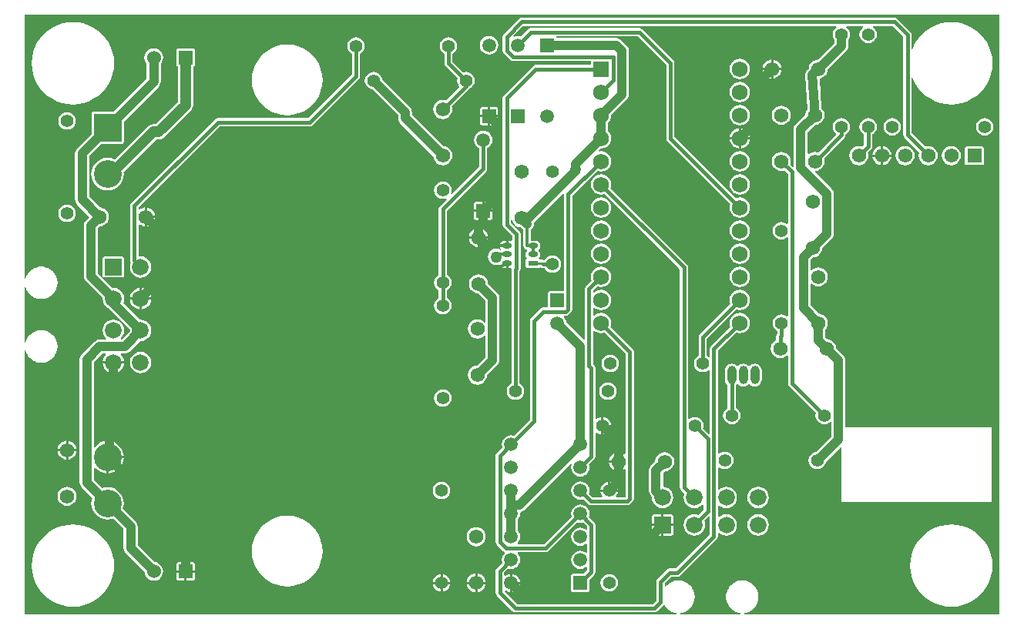
<source format=gtl>
G04 Layer_Physical_Order=1*
G04 Layer_Color=255*
%FSLAX25Y25*%
%MOIN*%
G70*
G01*
G75*
%ADD10O,0.04331X0.02362*%
%ADD11R,0.04331X0.02362*%
%ADD12C,0.01500*%
%ADD13C,0.01000*%
%ADD14C,0.04000*%
%ADD15C,0.01181*%
%ADD16C,0.04500*%
%ADD17R,0.07200X0.07200*%
%ADD18C,0.07200*%
%ADD19C,0.06200*%
%ADD20C,0.05512*%
%ADD21R,0.06800X0.06800*%
%ADD22C,0.06800*%
%ADD23R,0.06000X0.06000*%
%ADD24C,0.06000*%
%ADD25R,0.12000X0.12000*%
%ADD26C,0.12000*%
%ADD27R,0.05905X0.05905*%
%ADD28C,0.05905*%
%ADD29R,0.07200X0.07200*%
%ADD30O,0.03937X0.07874*%
%ADD31O,0.03937X0.07874*%
%ADD32R,0.05905X0.05905*%
%ADD33R,0.06200X0.06200*%
%ADD34C,0.05000*%
G36*
X423471Y82500D02*
Y50000D01*
Y1529D01*
X312926D01*
X312901Y2029D01*
X313335Y2072D01*
X313431Y2101D01*
X313431Y2101D01*
X313531Y2111D01*
X314662Y2454D01*
X314751Y2502D01*
X314847Y2531D01*
X315889Y3088D01*
X315967Y3152D01*
X316055Y3199D01*
X316969Y3949D01*
X317033Y4026D01*
X317033Y4026D01*
X317110Y4090D01*
X317860Y5004D01*
X317907Y5092D01*
X317971Y5170D01*
X318528Y6212D01*
X318557Y6308D01*
X318605Y6397D01*
X318948Y7528D01*
X318958Y7628D01*
X318958Y7628D01*
X318987Y7724D01*
X319103Y8900D01*
X319093Y9000D01*
X319103Y9100D01*
X318987Y10276D01*
X318958Y10372D01*
X318958Y10372D01*
X318948Y10472D01*
X318605Y11603D01*
X318558Y11692D01*
X318528Y11788D01*
X317971Y12830D01*
X317907Y12908D01*
X317860Y12996D01*
X317110Y13910D01*
X317033Y13974D01*
X317033Y13974D01*
X316969Y14051D01*
X316055Y14801D01*
X315967Y14848D01*
X315889Y14912D01*
X314847Y15469D01*
X314751Y15498D01*
X314662Y15546D01*
X313531Y15889D01*
X313431Y15899D01*
X313431Y15899D01*
X313335Y15928D01*
X312159Y16044D01*
X312109Y16039D01*
X312059Y16049D01*
X312009Y16039D01*
X311959Y16044D01*
X310783Y15928D01*
X310687Y15899D01*
X310687Y15899D01*
X310587Y15889D01*
X309456Y15546D01*
X309367Y15498D01*
X309271Y15469D01*
X308229Y14912D01*
X308151Y14848D01*
X308063Y14801D01*
X307149Y14051D01*
X307085Y13974D01*
X307085Y13974D01*
X307008Y13910D01*
X306258Y12996D01*
X306211Y12908D01*
X306147Y12830D01*
X305590Y11788D01*
X305561Y11692D01*
X305513Y11603D01*
X305170Y10472D01*
X305160Y10372D01*
X305160Y10372D01*
X305131Y10276D01*
X305015Y9100D01*
X305025Y9000D01*
X305015Y8900D01*
X305131Y7724D01*
X305160Y7628D01*
X305160Y7628D01*
X305170Y7528D01*
X305513Y6397D01*
X305561Y6308D01*
X305590Y6212D01*
X306147Y5170D01*
X306211Y5092D01*
X306258Y5004D01*
X307008Y4090D01*
X307085Y4026D01*
X307085Y4026D01*
X307149Y3949D01*
X308063Y3199D01*
X308151Y3152D01*
X308229Y3088D01*
X309271Y2531D01*
X309367Y2502D01*
X309456Y2454D01*
X310587Y2111D01*
X310687Y2101D01*
X310687Y2101D01*
X310783Y2072D01*
X311217Y2029D01*
X311192Y1529D01*
X285367D01*
X285342Y2029D01*
X285776Y2072D01*
X285872Y2101D01*
X285872Y2101D01*
X285972Y2111D01*
X287103Y2454D01*
X287192Y2502D01*
X287288Y2531D01*
X288330Y3088D01*
X288408Y3152D01*
X288496Y3199D01*
X289410Y3949D01*
X289474Y4026D01*
X289474Y4026D01*
X289551Y4090D01*
X290301Y5004D01*
X290348Y5092D01*
X290412Y5170D01*
X290969Y6212D01*
X290998Y6308D01*
X291046Y6397D01*
X291389Y7528D01*
X291399Y7628D01*
X291399Y7628D01*
X291428Y7724D01*
X291544Y8900D01*
X291534Y9000D01*
X291544Y9100D01*
X291428Y10276D01*
X291399Y10372D01*
X291399Y10372D01*
X291389Y10472D01*
X291046Y11603D01*
X290999Y11692D01*
X290969Y11788D01*
X290412Y12830D01*
X290348Y12908D01*
X290301Y12996D01*
X289551Y13910D01*
X289474Y13974D01*
X289474Y13974D01*
X289410Y14051D01*
X288496Y14801D01*
X288408Y14848D01*
X288330Y14912D01*
X287288Y15469D01*
X287192Y15498D01*
X287103Y15546D01*
X285972Y15889D01*
X285872Y15899D01*
X285872Y15899D01*
X285776Y15928D01*
X284600Y16044D01*
X284550Y16039D01*
X284500Y16049D01*
X284450Y16039D01*
X284400Y16044D01*
X283224Y15928D01*
X283128Y15899D01*
X283128Y15899D01*
X283028Y15889D01*
X281897Y15546D01*
X281808Y15498D01*
X281712Y15469D01*
X280670Y14912D01*
X280592Y14848D01*
X280504Y14801D01*
X279590Y14051D01*
X279526Y13974D01*
X279526Y13974D01*
X279449Y13910D01*
X278984Y13344D01*
X278484Y13523D01*
Y14761D01*
X281439Y17716D01*
X284100D01*
X284783Y17852D01*
X285362Y18238D01*
X301062Y33938D01*
X301062Y33938D01*
X301448Y34517D01*
X301584Y35200D01*
Y36464D01*
X302084Y36711D01*
X302850Y36124D01*
X303969Y35660D01*
X305169Y35502D01*
X306370Y35660D01*
X307489Y36124D01*
X308450Y36861D01*
X309188Y37822D01*
X309651Y38941D01*
X309809Y40142D01*
X309651Y41343D01*
X309188Y42462D01*
X308450Y43423D01*
X307489Y44160D01*
X306370Y44623D01*
X305169Y44782D01*
X303969Y44623D01*
X302850Y44160D01*
X302084Y43573D01*
X301584Y43819D01*
Y48275D01*
X302084Y48522D01*
X302850Y47935D01*
X303969Y47471D01*
X305169Y47313D01*
X306370Y47471D01*
X307489Y47935D01*
X308450Y48672D01*
X309188Y49633D01*
X309651Y50752D01*
X309809Y51953D01*
X309651Y53154D01*
X309188Y54273D01*
X308450Y55234D01*
X307489Y55971D01*
X306370Y56434D01*
X305169Y56593D01*
X303969Y56434D01*
X302850Y55971D01*
X302084Y55384D01*
X301584Y55630D01*
Y64873D01*
X302084Y65119D01*
X302606Y64719D01*
X303520Y64341D01*
X304500Y64212D01*
X305481Y64341D01*
X306394Y64719D01*
X307179Y65321D01*
X307781Y66106D01*
X308159Y67019D01*
X308288Y68000D01*
X308159Y68980D01*
X307781Y69894D01*
X307179Y70679D01*
X306394Y71281D01*
X305481Y71659D01*
X304500Y71788D01*
X303520Y71659D01*
X302606Y71281D01*
X302084Y70881D01*
X301584Y71127D01*
Y115561D01*
X309417Y123393D01*
X309851Y123213D01*
X311000Y123062D01*
X312149Y123213D01*
X313219Y123657D01*
X314138Y124362D01*
X314843Y125281D01*
X315287Y126351D01*
X315438Y127500D01*
X315287Y128649D01*
X314843Y129719D01*
X314138Y130638D01*
X313219Y131343D01*
X312149Y131787D01*
X311000Y131938D01*
X309851Y131787D01*
X308781Y131343D01*
X307862Y130638D01*
X307157Y129719D01*
X306713Y128649D01*
X306562Y127500D01*
X306713Y126351D01*
X306893Y125917D01*
X298538Y117562D01*
X298151Y116983D01*
X298016Y116300D01*
Y113019D01*
X297516Y112804D01*
X296894Y113281D01*
X296784Y113326D01*
Y120761D01*
X309417Y133393D01*
X309851Y133213D01*
X311000Y133062D01*
X312149Y133213D01*
X313219Y133657D01*
X314138Y134362D01*
X314843Y135281D01*
X315287Y136351D01*
X315438Y137500D01*
X315287Y138649D01*
X314843Y139719D01*
X314138Y140638D01*
X313219Y141343D01*
X312149Y141787D01*
X311000Y141938D01*
X309851Y141787D01*
X308781Y141343D01*
X307862Y140638D01*
X307157Y139719D01*
X306713Y138649D01*
X306562Y137500D01*
X306713Y136351D01*
X306893Y135917D01*
X293738Y122762D01*
X293352Y122183D01*
X293216Y121500D01*
Y113326D01*
X293106Y113281D01*
X292321Y112679D01*
X291719Y111894D01*
X291341Y110980D01*
X291212Y110000D01*
X291341Y109019D01*
X291719Y108106D01*
X292321Y107321D01*
X293106Y106719D01*
X294020Y106341D01*
X295000Y106212D01*
X295981Y106341D01*
X296894Y106719D01*
X297516Y107196D01*
X298016Y106981D01*
Y79661D01*
X297554Y79470D01*
X295114Y81910D01*
X295159Y82020D01*
X295288Y83000D01*
X295159Y83981D01*
X294781Y84894D01*
X294179Y85679D01*
X293394Y86281D01*
X292480Y86659D01*
X291500Y86788D01*
X290519Y86659D01*
X289606Y86281D01*
X289184Y85957D01*
X288684Y86204D01*
Y151600D01*
X288684Y151600D01*
X288548Y152283D01*
X288162Y152862D01*
X288162Y152862D01*
X255107Y185917D01*
X255287Y186351D01*
X255438Y187500D01*
X255287Y188649D01*
X254843Y189719D01*
X254138Y190638D01*
X253219Y191343D01*
X252149Y191787D01*
X251000Y191938D01*
X249851Y191787D01*
X248781Y191343D01*
X247862Y190638D01*
X247157Y189719D01*
X246713Y188649D01*
X246562Y187500D01*
X246713Y186351D01*
X247157Y185281D01*
X247862Y184362D01*
X248781Y183657D01*
X249851Y183213D01*
X251000Y183062D01*
X252149Y183213D01*
X252583Y183393D01*
X285116Y150861D01*
Y56443D01*
X285251Y55760D01*
X285638Y55181D01*
X287130Y53689D01*
X286908Y53154D01*
X286750Y51953D01*
X286908Y50752D01*
X287372Y49633D01*
X288109Y48672D01*
X289070Y47935D01*
X290189Y47471D01*
X291390Y47313D01*
X292591Y47471D01*
X293710Y47935D01*
X294671Y48672D01*
X294916Y48992D01*
X295416Y48822D01*
Y46691D01*
X293126Y44402D01*
X292591Y44623D01*
X291390Y44782D01*
X290189Y44623D01*
X289070Y44160D01*
X288109Y43423D01*
X287372Y42462D01*
X286908Y41343D01*
X286750Y40142D01*
X286908Y38941D01*
X287372Y37822D01*
X288109Y36861D01*
X289070Y36124D01*
X290189Y35660D01*
X291390Y35502D01*
X292591Y35660D01*
X293710Y36124D01*
X294671Y36861D01*
X295408Y37822D01*
X295871Y38941D01*
X296029Y40142D01*
X295871Y41343D01*
X295650Y41878D01*
X297554Y43782D01*
X298016Y43591D01*
Y35939D01*
X283361Y21284D01*
X280700D01*
X280017Y21148D01*
X279438Y20762D01*
X279438Y20762D01*
X275438Y16762D01*
X275051Y16183D01*
X274916Y15500D01*
Y7439D01*
X273261Y5784D01*
X214739D01*
X209249Y11275D01*
X209282Y11473D01*
X209824Y11688D01*
X210007Y11547D01*
X210968Y11149D01*
X211500Y11079D01*
Y15000D01*
Y18921D01*
X210968Y18851D01*
X210007Y18453D01*
X209484Y18052D01*
X208984Y18298D01*
Y19461D01*
X210759Y21236D01*
X210968Y21149D01*
X212000Y21013D01*
X213032Y21149D01*
X213993Y21547D01*
X214819Y22181D01*
X215453Y23007D01*
X215851Y23968D01*
X215987Y25000D01*
X215851Y26032D01*
X215453Y26993D01*
X214898Y27716D01*
X215056Y28216D01*
X227000D01*
X227683Y28352D01*
X228262Y28738D01*
X240759Y41236D01*
X240968Y41149D01*
X242000Y41013D01*
X243032Y41149D01*
X243241Y41236D01*
X245016Y39461D01*
Y38298D01*
X244516Y38052D01*
X243993Y38453D01*
X243032Y38851D01*
X242000Y38987D01*
X240968Y38851D01*
X240007Y38453D01*
X239181Y37819D01*
X238547Y36993D01*
X238149Y36032D01*
X238013Y35000D01*
X238149Y33968D01*
X238547Y33007D01*
X239181Y32181D01*
X240007Y31547D01*
X240968Y31149D01*
X242000Y31013D01*
X243032Y31149D01*
X243993Y31547D01*
X244516Y31948D01*
X245016Y31701D01*
Y28299D01*
X244516Y28052D01*
X243993Y28453D01*
X243032Y28851D01*
X242000Y28987D01*
X240968Y28851D01*
X240007Y28453D01*
X239181Y27819D01*
X238547Y26993D01*
X238149Y26032D01*
X238013Y25000D01*
X238149Y23968D01*
X238547Y23007D01*
X239181Y22181D01*
X240007Y21547D01*
X240968Y21149D01*
X242000Y21013D01*
X243032Y21149D01*
X243993Y21547D01*
X244516Y21948D01*
X245016Y21701D01*
Y20539D01*
X243449Y18972D01*
X239047D01*
X238657Y18895D01*
X238326Y18674D01*
X238105Y18343D01*
X238028Y17953D01*
Y12047D01*
X238105Y11657D01*
X238326Y11326D01*
X238657Y11105D01*
X239047Y11028D01*
X244953D01*
X245343Y11105D01*
X245674Y11326D01*
X245895Y11657D01*
X245972Y12047D01*
Y16449D01*
X248062Y18538D01*
X248062Y18538D01*
X248448Y19117D01*
X248584Y19800D01*
X248584Y19800D01*
Y40200D01*
X248584Y40200D01*
X248448Y40883D01*
X248062Y41462D01*
X248062Y41462D01*
X245764Y43759D01*
X245851Y43968D01*
X245987Y45000D01*
X245851Y46032D01*
X245453Y46993D01*
X244819Y47819D01*
X243993Y48453D01*
X243032Y48851D01*
X242000Y48987D01*
X240968Y48851D01*
X240007Y48453D01*
X239181Y47819D01*
X238547Y46993D01*
X238149Y46032D01*
X238013Y45000D01*
X238149Y43968D01*
X238236Y43759D01*
X226261Y31784D01*
X215056D01*
X214898Y32284D01*
X215453Y33007D01*
X215851Y33968D01*
X215987Y35000D01*
X215851Y36032D01*
X215453Y36993D01*
X215026Y37550D01*
Y42450D01*
X215453Y43007D01*
X215851Y43968D01*
X215987Y45000D01*
X215952Y45264D01*
X216256Y45660D01*
X216383Y45677D01*
X217113Y45979D01*
X217740Y46460D01*
X237818Y66538D01*
X238241Y66255D01*
X238149Y66032D01*
X238013Y65000D01*
X238149Y63968D01*
X238547Y63007D01*
X239181Y62181D01*
X240007Y61547D01*
X240968Y61149D01*
X242000Y61013D01*
X243032Y61149D01*
X243993Y61547D01*
X244819Y62181D01*
X245453Y63007D01*
X245851Y63968D01*
X245987Y65000D01*
X245851Y66032D01*
X245764Y66241D01*
X248062Y68538D01*
X248062Y68538D01*
X248448Y69117D01*
X248584Y69800D01*
X248584Y69800D01*
Y79873D01*
X249084Y80119D01*
X249606Y79719D01*
X250519Y79341D01*
X251000Y79277D01*
Y83000D01*
Y86722D01*
X250519Y86659D01*
X249606Y86281D01*
X249084Y85881D01*
X248584Y86127D01*
Y108100D01*
X248448Y108783D01*
X248062Y109362D01*
X248062Y109362D01*
X247584Y109839D01*
Y123945D01*
X248084Y124191D01*
X248781Y123657D01*
X249851Y123213D01*
X251000Y123062D01*
X252149Y123213D01*
X252583Y123393D01*
X261616Y114361D01*
Y70907D01*
X261116Y70661D01*
X260568Y71081D01*
X259570Y71495D01*
X259000Y71570D01*
Y67500D01*
Y63430D01*
X259570Y63506D01*
X260568Y63919D01*
X261116Y64339D01*
X261616Y64093D01*
Y52239D01*
X261561Y52184D01*
X257704D01*
X257457Y52684D01*
X257781Y53106D01*
X258159Y54019D01*
X258223Y54500D01*
X254500D01*
X250778D01*
X250841Y54019D01*
X251219Y53106D01*
X251543Y52684D01*
X251296Y52184D01*
X247339D01*
X245764Y53759D01*
X245851Y53968D01*
X245987Y55000D01*
X245851Y56032D01*
X245453Y56993D01*
X244819Y57819D01*
X243993Y58453D01*
X243032Y58851D01*
X242000Y58987D01*
X240968Y58851D01*
X240007Y58453D01*
X239181Y57819D01*
X238547Y56993D01*
X238149Y56032D01*
X238013Y55000D01*
X238149Y53968D01*
X238547Y53007D01*
X239181Y52181D01*
X240007Y51547D01*
X240968Y51149D01*
X242000Y51013D01*
X243032Y51149D01*
X243241Y51236D01*
X245338Y49138D01*
X245338Y49138D01*
X245917Y48752D01*
X246600Y48616D01*
X262300D01*
X262983Y48752D01*
X263562Y49138D01*
X264662Y50238D01*
X264662Y50238D01*
X265049Y50817D01*
X265184Y51500D01*
Y115100D01*
X265184Y115100D01*
X265049Y115783D01*
X264662Y116362D01*
X255107Y125917D01*
X255287Y126351D01*
X255438Y127500D01*
X255287Y128649D01*
X254843Y129719D01*
X254138Y130638D01*
X253219Y131343D01*
X252149Y131787D01*
X251000Y131938D01*
X249851Y131787D01*
X248781Y131343D01*
X248084Y130809D01*
X247584Y131055D01*
Y133945D01*
X248084Y134191D01*
X248781Y133657D01*
X249851Y133213D01*
X251000Y133062D01*
X252149Y133213D01*
X253219Y133657D01*
X254138Y134362D01*
X254843Y135281D01*
X255287Y136351D01*
X255438Y137500D01*
X255287Y138649D01*
X254843Y139719D01*
X254138Y140638D01*
X253219Y141343D01*
X252149Y141787D01*
X251000Y141938D01*
X249851Y141787D01*
X248781Y141343D01*
X248084Y140809D01*
X247584Y141055D01*
Y141561D01*
X249417Y143393D01*
X249851Y143213D01*
X251000Y143062D01*
X252149Y143213D01*
X253219Y143657D01*
X254138Y144362D01*
X254843Y145281D01*
X255287Y146351D01*
X255438Y147500D01*
X255287Y148649D01*
X254843Y149719D01*
X254138Y150638D01*
X253219Y151343D01*
X252149Y151787D01*
X251000Y151938D01*
X249851Y151787D01*
X248781Y151343D01*
X247862Y150638D01*
X247157Y149719D01*
X246713Y148649D01*
X246562Y147500D01*
X246713Y146351D01*
X246893Y145917D01*
X244538Y143562D01*
X244151Y142983D01*
X244016Y142300D01*
Y120417D01*
X243554Y120226D01*
X235943Y127837D01*
X235851Y128532D01*
X235453Y129493D01*
X234898Y130216D01*
X235056Y130716D01*
X235800D01*
X236483Y130851D01*
X237062Y131238D01*
X238062Y132238D01*
X238062Y132238D01*
X238449Y132817D01*
X238584Y133500D01*
Y182561D01*
X249417Y193393D01*
X249851Y193213D01*
X251000Y193062D01*
X252149Y193213D01*
X253219Y193657D01*
X254138Y194362D01*
X254843Y195281D01*
X255287Y196351D01*
X255438Y197500D01*
X255287Y198649D01*
X254843Y199719D01*
X254138Y200638D01*
X253219Y201343D01*
X252149Y201787D01*
X251000Y201938D01*
X250337Y201851D01*
X250103Y202324D01*
X250860Y203081D01*
X251000Y203062D01*
X252149Y203213D01*
X253219Y203657D01*
X254138Y204362D01*
X254843Y205281D01*
X255287Y206351D01*
X255438Y207500D01*
X255287Y208649D01*
X254843Y209719D01*
X254138Y210638D01*
X254026Y210724D01*
Y214276D01*
X254138Y214362D01*
X254843Y215281D01*
X255287Y216351D01*
X255438Y217500D01*
X255419Y217640D01*
X262040Y224260D01*
X262521Y224887D01*
X262823Y225617D01*
X262926Y226400D01*
Y245500D01*
X262823Y246283D01*
X262521Y247013D01*
X262040Y247640D01*
X262040Y247640D01*
X259685Y249994D01*
X259059Y250475D01*
X258329Y250777D01*
X257546Y250880D01*
X231702D01*
X231522Y251269D01*
X231788Y251716D01*
X266761D01*
X279216Y239261D01*
Y207500D01*
X279351Y206817D01*
X279738Y206238D01*
X306893Y179083D01*
X306713Y178649D01*
X306562Y177500D01*
X306713Y176351D01*
X307157Y175281D01*
X307862Y174362D01*
X308781Y173657D01*
X309851Y173213D01*
X311000Y173062D01*
X312149Y173213D01*
X313219Y173657D01*
X314138Y174362D01*
X314843Y175281D01*
X315287Y176351D01*
X315438Y177500D01*
X315287Y178649D01*
X314843Y179719D01*
X314138Y180638D01*
X313219Y181343D01*
X312149Y181787D01*
X311000Y181938D01*
X309851Y181787D01*
X309417Y181607D01*
X282784Y208239D01*
Y240000D01*
X282648Y240683D01*
X282262Y241262D01*
X282262Y241262D01*
X268762Y254762D01*
X268183Y255149D01*
X267500Y255284D01*
X220646D01*
X219963Y255149D01*
X219384Y254762D01*
X219384Y254762D01*
X216241Y251619D01*
X216032Y251705D01*
X215000Y251841D01*
X213968Y251705D01*
X213401Y251470D01*
X213118Y251894D01*
X217339Y256116D01*
X352721D01*
X352891Y255616D01*
X352321Y255179D01*
X351719Y254394D01*
X351341Y253481D01*
X351212Y252500D01*
X351341Y251519D01*
X351719Y250606D01*
X351974Y250274D01*
Y248753D01*
X344834Y241614D01*
X343930Y241494D01*
X342932Y241081D01*
X342076Y240424D01*
X341419Y239568D01*
X341005Y238570D01*
X340886Y237666D01*
X340260Y237040D01*
X340202Y236964D01*
X340130Y236900D01*
X339962Y236651D01*
X339779Y236413D01*
X339743Y236324D01*
X339689Y236245D01*
X339592Y235961D01*
X339477Y235683D01*
X339465Y235588D01*
X339434Y235497D01*
X339413Y235198D01*
X339374Y234900D01*
X339387Y234805D01*
X339380Y234709D01*
X340305Y220072D01*
X339919Y219568D01*
X339506Y218570D01*
X339386Y217666D01*
X335260Y213540D01*
X334780Y212913D01*
X334477Y212183D01*
X334374Y211400D01*
Y195356D01*
X333874Y195149D01*
X332877Y196146D01*
X332995Y196430D01*
X333135Y197500D01*
X332995Y198570D01*
X332581Y199568D01*
X331924Y200424D01*
X331068Y201081D01*
X330070Y201495D01*
X329000Y201635D01*
X327930Y201495D01*
X326932Y201081D01*
X326076Y200424D01*
X325419Y199568D01*
X325006Y198570D01*
X324865Y197500D01*
X325006Y196430D01*
X325419Y195432D01*
X326076Y194576D01*
X326932Y193919D01*
X327930Y193506D01*
X329000Y193365D01*
X330070Y193506D01*
X330354Y193623D01*
X331816Y192161D01*
Y170704D01*
X331316Y170457D01*
X330894Y170781D01*
X329980Y171159D01*
X329000Y171288D01*
X328019Y171159D01*
X327106Y170781D01*
X326321Y170179D01*
X325719Y169394D01*
X325341Y168481D01*
X325212Y167500D01*
X325341Y166519D01*
X325719Y165606D01*
X326321Y164821D01*
X327106Y164219D01*
X328019Y163841D01*
X329000Y163712D01*
X329980Y163841D01*
X330894Y164219D01*
X331316Y164543D01*
X331816Y164296D01*
Y130704D01*
X331316Y130457D01*
X330894Y130781D01*
X329980Y131159D01*
X329000Y131288D01*
X328019Y131159D01*
X327106Y130781D01*
X326321Y130179D01*
X325719Y129394D01*
X325341Y128481D01*
X325212Y127500D01*
X325341Y126520D01*
X325719Y125606D01*
X326321Y124821D01*
X327106Y124219D01*
X327216Y124174D01*
Y122928D01*
X326852Y122383D01*
X326716Y121700D01*
Y120199D01*
X326432Y120081D01*
X325576Y119424D01*
X324919Y118568D01*
X324505Y117570D01*
X324365Y116500D01*
X324505Y115430D01*
X324919Y114432D01*
X325576Y113576D01*
X326432Y112919D01*
X327430Y112505D01*
X328500Y112365D01*
X329570Y112505D01*
X330568Y112919D01*
X331316Y113493D01*
X331816Y113330D01*
Y101400D01*
X331951Y100717D01*
X332338Y100138D01*
X343886Y88590D01*
X343841Y88481D01*
X343712Y87500D01*
X343841Y86519D01*
X344219Y85606D01*
X344821Y84821D01*
X345606Y84219D01*
X346519Y83841D01*
X347500Y83712D01*
X348481Y83841D01*
X349394Y84219D01*
X350174Y84818D01*
X350365Y84794D01*
X350674Y84689D01*
Y78453D01*
X343935Y71714D01*
X343519Y71659D01*
X342606Y71281D01*
X341821Y70679D01*
X341219Y69894D01*
X340841Y68980D01*
X340712Y68000D01*
X340841Y67019D01*
X341219Y66106D01*
X341821Y65321D01*
X342606Y64719D01*
X343519Y64341D01*
X344500Y64212D01*
X345480Y64341D01*
X346394Y64719D01*
X347179Y65321D01*
X347781Y66106D01*
X348159Y67019D01*
X348214Y67435D01*
X354538Y73759D01*
X355000Y73567D01*
Y50000D01*
X420000D01*
Y82500D01*
X356726D01*
Y111300D01*
X356623Y112083D01*
X356321Y112813D01*
X355840Y113440D01*
X352614Y116666D01*
X352495Y117570D01*
X352081Y118568D01*
X351424Y119424D01*
X350568Y120081D01*
X349570Y120494D01*
X348666Y120614D01*
X348026Y121253D01*
Y124708D01*
X348581Y125432D01*
X348994Y126430D01*
X349135Y127500D01*
X348994Y128570D01*
X348581Y129568D01*
X347924Y130424D01*
X347068Y131081D01*
X346070Y131494D01*
X345166Y131614D01*
X341526Y135253D01*
Y144515D01*
X341999Y144676D01*
X342076Y144576D01*
X342932Y143919D01*
X343930Y143506D01*
X345000Y143365D01*
X346070Y143506D01*
X347068Y143919D01*
X347924Y144576D01*
X348581Y145432D01*
X348994Y146430D01*
X349135Y147500D01*
X348994Y148570D01*
X348581Y149568D01*
X347924Y150424D01*
X347068Y151081D01*
X346070Y151495D01*
X345000Y151635D01*
X343930Y151495D01*
X342932Y151081D01*
X342076Y150424D01*
X341999Y150324D01*
X341526Y150485D01*
Y154747D01*
X342666Y155886D01*
X343570Y156006D01*
X344568Y156419D01*
X345424Y157076D01*
X346081Y157932D01*
X346495Y158930D01*
X346614Y159834D01*
X350740Y163960D01*
X351220Y164587D01*
X351523Y165317D01*
X351626Y166100D01*
Y183500D01*
X351523Y184283D01*
X351220Y185013D01*
X350740Y185640D01*
X343490Y192889D01*
X343696Y193390D01*
X344570Y193506D01*
X345568Y193919D01*
X346424Y194576D01*
X347081Y195432D01*
X347495Y196430D01*
X347635Y197500D01*
X347495Y198570D01*
X347377Y198854D01*
X356262Y207738D01*
X356262Y207738D01*
X356648Y208317D01*
X356784Y209000D01*
X356784Y209000D01*
Y209174D01*
X356894Y209219D01*
X357679Y209821D01*
X358281Y210606D01*
X358659Y211520D01*
X358788Y212500D01*
X358659Y213480D01*
X358281Y214394D01*
X357679Y215179D01*
X356894Y215781D01*
X355980Y216159D01*
X355000Y216288D01*
X354019Y216159D01*
X353106Y215781D01*
X352321Y215179D01*
X351719Y214394D01*
X351341Y213480D01*
X351212Y212500D01*
X351341Y211520D01*
X351719Y210606D01*
X352321Y209821D01*
X352573Y209628D01*
X352606Y209129D01*
X344854Y201377D01*
X344570Y201495D01*
X343500Y201635D01*
X342430Y201495D01*
X341432Y201081D01*
X340926Y200693D01*
X340426Y200939D01*
Y210147D01*
X343666Y213386D01*
X344570Y213506D01*
X345568Y213919D01*
X346424Y214576D01*
X347081Y215432D01*
X347495Y216430D01*
X347635Y217500D01*
X347495Y218570D01*
X347081Y219568D01*
X346424Y220424D01*
X346343Y220486D01*
X345525Y233434D01*
X346070Y233506D01*
X347068Y233919D01*
X347924Y234576D01*
X348581Y235432D01*
X348994Y236430D01*
X349114Y237334D01*
X357140Y245360D01*
X357140Y245360D01*
X357621Y245987D01*
X357923Y246717D01*
X358026Y247500D01*
X358026Y247500D01*
Y250274D01*
X358281Y250606D01*
X358659Y251519D01*
X358788Y252500D01*
X358659Y253481D01*
X358281Y254394D01*
X357679Y255179D01*
X357109Y255616D01*
X357279Y256116D01*
X364221D01*
X364391Y255616D01*
X363821Y255179D01*
X363219Y254394D01*
X362841Y253481D01*
X362712Y252500D01*
X362841Y251519D01*
X363219Y250606D01*
X363821Y249821D01*
X364606Y249219D01*
X365519Y248841D01*
X366500Y248712D01*
X367480Y248841D01*
X368394Y249219D01*
X369179Y249821D01*
X369781Y250606D01*
X370159Y251519D01*
X370288Y252500D01*
X370159Y253481D01*
X369781Y254394D01*
X369179Y255179D01*
X368609Y255616D01*
X368779Y256116D01*
X377261D01*
X381716Y251661D01*
Y209000D01*
X381852Y208317D01*
X382238Y207738D01*
X388623Y201354D01*
X388506Y201070D01*
X388365Y200000D01*
X388506Y198930D01*
X388919Y197932D01*
X389576Y197076D01*
X390432Y196419D01*
X391430Y196005D01*
X392500Y195865D01*
X393570Y196005D01*
X394568Y196419D01*
X395424Y197076D01*
X396081Y197932D01*
X396495Y198930D01*
X396635Y200000D01*
X396495Y201070D01*
X396081Y202068D01*
X395424Y202924D01*
X394568Y203581D01*
X393570Y203994D01*
X392500Y204135D01*
X391430Y203994D01*
X391146Y203877D01*
X385284Y209739D01*
Y233805D01*
X385778Y233887D01*
X386020Y233174D01*
X387052Y231081D01*
X388348Y229141D01*
X389886Y227386D01*
X391641Y225848D01*
X393581Y224552D01*
X395674Y223520D01*
X397883Y222770D01*
X400172Y222314D01*
X402500Y222162D01*
X404828Y222314D01*
X407117Y222770D01*
X409326Y223520D01*
X411419Y224552D01*
X413359Y225848D01*
X415113Y227386D01*
X416652Y229141D01*
X417948Y231081D01*
X418980Y233174D01*
X419730Y235383D01*
X420186Y237672D01*
X420338Y240000D01*
X420186Y242328D01*
X419730Y244617D01*
X418980Y246826D01*
X417948Y248919D01*
X416652Y250859D01*
X415113Y252613D01*
X413359Y254152D01*
X411419Y255448D01*
X409326Y256480D01*
X407117Y257230D01*
X404828Y257686D01*
X402500Y257838D01*
X400172Y257686D01*
X397883Y257230D01*
X395674Y256480D01*
X393581Y255448D01*
X391641Y254152D01*
X389886Y252613D01*
X388348Y250859D01*
X387052Y248919D01*
X386020Y246826D01*
X385778Y246113D01*
X385284Y246195D01*
Y252400D01*
X385149Y253083D01*
X384762Y253662D01*
X384762Y253662D01*
X379262Y259162D01*
X378683Y259548D01*
X378000Y259684D01*
X216600D01*
X216600Y259684D01*
X215917Y259548D01*
X215338Y259162D01*
X215338Y259162D01*
X208938Y252762D01*
X208552Y252183D01*
X208416Y251500D01*
Y245500D01*
X208552Y244817D01*
X208938Y244238D01*
X211738Y241438D01*
X212317Y241052D01*
X213000Y240916D01*
X213000Y240916D01*
X246568D01*
X246580Y240900D01*
Y239284D01*
X222800D01*
X222117Y239148D01*
X221538Y238762D01*
X208938Y226162D01*
X208552Y225583D01*
X208416Y224900D01*
Y170200D01*
X208552Y169517D01*
X208938Y168938D01*
X212616Y165261D01*
Y163387D01*
X212116Y163074D01*
X211461Y163204D01*
X210977D01*
Y160980D01*
X210477D01*
Y160480D01*
X207368D01*
X207438Y160129D01*
X207846Y159519D01*
X207476Y159172D01*
X207365Y159257D01*
X206514Y159610D01*
X205600Y159730D01*
X204686Y159610D01*
X203835Y159257D01*
X203104Y158696D01*
X202543Y157965D01*
X202190Y157114D01*
X202070Y156200D01*
X202190Y155286D01*
X202543Y154435D01*
X203104Y153704D01*
X203835Y153143D01*
X204686Y152790D01*
X205600Y152670D01*
X206514Y152790D01*
X206977Y152982D01*
X207418Y152746D01*
X207438Y152649D01*
X207920Y151927D01*
X208641Y151445D01*
X209492Y151276D01*
X209977D01*
Y153500D01*
X210977D01*
Y151276D01*
X211461D01*
X211856Y151355D01*
X212281Y150930D01*
X212216Y150600D01*
Y101326D01*
X212106Y101281D01*
X211321Y100679D01*
X210719Y99894D01*
X210341Y98980D01*
X210212Y98000D01*
X210341Y97019D01*
X210719Y96106D01*
X211321Y95321D01*
X212106Y94719D01*
X213019Y94341D01*
X214000Y94212D01*
X214981Y94341D01*
X215894Y94719D01*
X216679Y95321D01*
X217281Y96106D01*
X217659Y97019D01*
X217788Y98000D01*
X217659Y98980D01*
X217281Y99894D01*
X216679Y100679D01*
X215894Y101281D01*
X215784Y101326D01*
Y149922D01*
X216049Y150317D01*
X216184Y151000D01*
X216184Y151000D01*
Y166000D01*
X216184Y166000D01*
X216049Y166683D01*
X215662Y167262D01*
X215662Y167262D01*
X211984Y170939D01*
Y172058D01*
X212484Y172091D01*
X212506Y171930D01*
X212919Y170932D01*
X213576Y170076D01*
X214432Y169419D01*
X215430Y169006D01*
X216334Y168886D01*
X216860Y168360D01*
X217378Y167963D01*
Y160980D01*
X217502Y160360D01*
X217853Y159834D01*
X218379Y159482D01*
X218893Y159380D01*
X219006Y159089D01*
X219011Y158919D01*
X218940Y158808D01*
X218461Y158091D01*
X218292Y157240D01*
X218461Y156389D01*
X218708Y156020D01*
X218926Y155654D01*
X218614Y155402D01*
X218393Y155071D01*
X218315Y154681D01*
Y152319D01*
X218393Y151929D01*
X218614Y151598D01*
X218945Y151377D01*
X219335Y151299D01*
X223665D01*
X224056Y151377D01*
X224279Y151526D01*
X224738Y151738D01*
X224944Y151601D01*
X225317Y151351D01*
X226000Y151216D01*
X226674D01*
X226719Y151106D01*
X227321Y150321D01*
X228106Y149719D01*
X229019Y149341D01*
X230000Y149212D01*
X230980Y149341D01*
X231894Y149719D01*
X232679Y150321D01*
X233281Y151106D01*
X233659Y152020D01*
X233788Y153000D01*
X233659Y153981D01*
X233281Y154894D01*
X232679Y155679D01*
X231894Y156281D01*
X230980Y156659D01*
X230000Y156788D01*
X229019Y156659D01*
X228106Y156281D01*
X227321Y155679D01*
X226719Y154894D01*
X226212Y154828D01*
X226085Y154913D01*
X225500Y155029D01*
X224616D01*
X224607Y155071D01*
X224386Y155402D01*
X224074Y155654D01*
X224292Y156020D01*
X224539Y156389D01*
X224708Y157240D01*
X224539Y158091D01*
X224060Y158808D01*
X223986Y158925D01*
Y159295D01*
X224060Y159412D01*
X224539Y160129D01*
X224708Y160980D01*
X224539Y161831D01*
X224057Y162553D01*
X223335Y163035D01*
X222484Y163204D01*
X220622D01*
Y167963D01*
X221140Y168360D01*
X221620Y168987D01*
X221923Y169717D01*
X222026Y170500D01*
X221962Y170983D01*
X234562Y183583D01*
X235023Y183337D01*
X235016Y183300D01*
Y141524D01*
X234953Y141472D01*
X229047D01*
X228657Y141395D01*
X228326Y141174D01*
X228105Y140843D01*
X228028Y140453D01*
Y134547D01*
X227812Y134284D01*
X226000D01*
X225317Y134149D01*
X224738Y133762D01*
X224738Y133762D01*
X220738Y129762D01*
X220352Y129183D01*
X220216Y128500D01*
Y85739D01*
X213241Y78764D01*
X213032Y78851D01*
X212000Y78987D01*
X210968Y78851D01*
X210007Y78453D01*
X209181Y77819D01*
X208547Y76993D01*
X208149Y76032D01*
X208013Y75000D01*
X208149Y73968D01*
X208236Y73759D01*
X205938Y71462D01*
X205552Y70883D01*
X205416Y70200D01*
Y32800D01*
X205552Y32117D01*
X205938Y31538D01*
X208738Y28738D01*
X209176Y28446D01*
X209273Y27889D01*
X209181Y27819D01*
X208547Y26993D01*
X208149Y26032D01*
X208013Y25000D01*
X208149Y23968D01*
X208236Y23759D01*
X205938Y21462D01*
X205552Y20883D01*
X205416Y20200D01*
Y10800D01*
X205552Y10117D01*
X205938Y9538D01*
X212738Y2738D01*
X212738Y2738D01*
X213317Y2351D01*
X214000Y2216D01*
X274000D01*
X274683Y2351D01*
X275262Y2738D01*
X277907Y5383D01*
X278166Y5401D01*
X278497Y5340D01*
X278588Y5170D01*
X278652Y5092D01*
X278699Y5004D01*
X279449Y4090D01*
X279526Y4026D01*
X279526Y4026D01*
X279590Y3949D01*
X280504Y3199D01*
X280592Y3152D01*
X280670Y3088D01*
X281712Y2531D01*
X281808Y2502D01*
X281897Y2454D01*
X283028Y2111D01*
X283128Y2101D01*
X283128Y2101D01*
X283224Y2072D01*
X283658Y2029D01*
X283633Y1529D01*
X1529D01*
Y115646D01*
X2029Y115720D01*
X2312Y114787D01*
X2360Y114698D01*
X2389Y114602D01*
X2946Y113560D01*
X3010Y113482D01*
X3057Y113393D01*
X3807Y112480D01*
X3884Y112416D01*
X3884Y112416D01*
X3948Y112338D01*
X4862Y111589D01*
X4950Y111541D01*
X5028Y111478D01*
X6070Y110921D01*
X6166Y110891D01*
X6255Y110844D01*
X7386Y110501D01*
X7486Y110491D01*
X7486Y110491D01*
X7582Y110462D01*
X8758Y110346D01*
X8858Y110356D01*
X8958Y110346D01*
X10134Y110462D01*
X10230Y110491D01*
X10231Y110491D01*
X10330Y110501D01*
X11461Y110844D01*
X11550Y110891D01*
X11646Y110921D01*
X12688Y111478D01*
X12766Y111541D01*
X12855Y111589D01*
X13768Y112338D01*
X13832Y112416D01*
X13832Y112416D01*
X13909Y112480D01*
X14659Y113393D01*
X14707Y113482D01*
X14770Y113560D01*
X15327Y114602D01*
X15357Y114698D01*
X15404Y114787D01*
X15747Y115918D01*
X15757Y116017D01*
X15757Y116018D01*
X15786Y116114D01*
X15902Y117290D01*
X15897Y117340D01*
X15907Y117390D01*
X15897Y117439D01*
X15902Y117490D01*
X15786Y118666D01*
X15757Y118762D01*
X15757Y118762D01*
X15747Y118862D01*
X15404Y119993D01*
X15357Y120081D01*
X15327Y120178D01*
X14770Y121220D01*
X14707Y121298D01*
X14659Y121386D01*
X13909Y122300D01*
X13832Y122363D01*
X13832Y122363D01*
X13768Y122441D01*
X12855Y123191D01*
X12766Y123238D01*
X12688Y123302D01*
X11646Y123859D01*
X11550Y123888D01*
X11461Y123936D01*
X10330Y124279D01*
X10231Y124288D01*
X10230Y124288D01*
X10134Y124318D01*
X8958Y124434D01*
X8858Y124424D01*
X8758Y124434D01*
X7582Y124318D01*
X7486Y124288D01*
X7486Y124288D01*
X7386Y124279D01*
X6255Y123936D01*
X6166Y123888D01*
X6070Y123859D01*
X5028Y123302D01*
X4950Y123238D01*
X4862Y123191D01*
X3948Y122441D01*
X3884Y122363D01*
X3884Y122363D01*
X3807Y122300D01*
X3057Y121386D01*
X3010Y121298D01*
X2946Y121220D01*
X2389Y120178D01*
X2360Y120082D01*
X2312Y119993D01*
X2029Y119060D01*
X1529Y119134D01*
Y143204D01*
X2029Y143279D01*
X2312Y142346D01*
X2360Y142257D01*
X2389Y142161D01*
X2946Y141119D01*
X3010Y141041D01*
X3057Y140952D01*
X3807Y140039D01*
X3884Y139975D01*
X3884Y139975D01*
X3948Y139898D01*
X4862Y139148D01*
X4950Y139100D01*
X5028Y139037D01*
X6070Y138479D01*
X6166Y138450D01*
X6255Y138403D01*
X7386Y138060D01*
X7486Y138050D01*
X7486Y138050D01*
X7582Y138021D01*
X8758Y137905D01*
X8858Y137915D01*
X8958Y137905D01*
X10134Y138021D01*
X10230Y138050D01*
X10231Y138050D01*
X10330Y138060D01*
X11461Y138403D01*
X11550Y138450D01*
X11646Y138479D01*
X12688Y139037D01*
X12766Y139100D01*
X12855Y139148D01*
X13768Y139898D01*
X13832Y139975D01*
X13832Y139975D01*
X13909Y140039D01*
X14659Y140952D01*
X14707Y141041D01*
X14770Y141119D01*
X15327Y142161D01*
X15357Y142257D01*
X15404Y142346D01*
X15747Y143477D01*
X15757Y143577D01*
X15757Y143577D01*
X15786Y143673D01*
X15902Y144849D01*
X15897Y144899D01*
X15907Y144949D01*
X15897Y144998D01*
X15902Y145049D01*
X15786Y146225D01*
X15757Y146321D01*
X15757Y146321D01*
X15747Y146421D01*
X15404Y147552D01*
X15357Y147641D01*
X15327Y147737D01*
X14770Y148779D01*
X14707Y148857D01*
X14659Y148945D01*
X13909Y149859D01*
X13832Y149923D01*
X13832Y149923D01*
X13768Y150000D01*
X12855Y150750D01*
X12766Y150797D01*
X12688Y150861D01*
X11646Y151418D01*
X11550Y151447D01*
X11461Y151495D01*
X10330Y151838D01*
X10231Y151848D01*
X10230Y151848D01*
X10134Y151877D01*
X8958Y151992D01*
X8858Y151983D01*
X8758Y151992D01*
X7582Y151877D01*
X7486Y151848D01*
X7486Y151848D01*
X7386Y151838D01*
X6255Y151495D01*
X6166Y151447D01*
X6070Y151418D01*
X5028Y150861D01*
X4950Y150797D01*
X4862Y150750D01*
X3948Y150000D01*
X3884Y149923D01*
X3884Y149923D01*
X3807Y149859D01*
X3057Y148945D01*
X3010Y148857D01*
X2946Y148779D01*
X2389Y147737D01*
X2360Y147641D01*
X2312Y147552D01*
X2029Y146619D01*
X1529Y146693D01*
Y260971D01*
X423471D01*
Y82500D01*
D02*
G37*
%LPC*%
G36*
X38000Y76485D02*
Y70000D01*
X44485D01*
X44399Y70872D01*
X43999Y72192D01*
X43349Y73408D01*
X42474Y74474D01*
X41408Y75349D01*
X40192Y75999D01*
X38872Y76399D01*
X38000Y76485D01*
D02*
G37*
G36*
X24070Y72000D02*
X20500D01*
Y68430D01*
X21070Y68506D01*
X22068Y68919D01*
X22924Y69576D01*
X23581Y70432D01*
X23994Y71430D01*
X24070Y72000D01*
D02*
G37*
G36*
X19500Y76570D02*
X18930Y76494D01*
X17932Y76081D01*
X17076Y75424D01*
X16419Y74568D01*
X16005Y73570D01*
X15930Y73000D01*
X19500D01*
Y76570D01*
D02*
G37*
G36*
X252000Y86722D02*
Y83500D01*
X255223D01*
X255159Y83981D01*
X254781Y84894D01*
X254179Y85679D01*
X253394Y86281D01*
X252481Y86659D01*
X252000Y86722D01*
D02*
G37*
G36*
X255223Y82500D02*
X252000D01*
Y79277D01*
X252481Y79341D01*
X253394Y79719D01*
X254179Y80321D01*
X254781Y81106D01*
X255159Y82020D01*
X255223Y82500D01*
D02*
G37*
G36*
X20500Y76570D02*
Y73000D01*
X24070D01*
X23994Y73570D01*
X23581Y74568D01*
X22924Y75424D01*
X22068Y76081D01*
X21070Y76494D01*
X20500Y76570D01*
D02*
G37*
G36*
X255000Y58723D02*
Y55500D01*
X258223D01*
X258159Y55980D01*
X257781Y56894D01*
X257179Y57679D01*
X256394Y58281D01*
X255481Y58659D01*
X255000Y58723D01*
D02*
G37*
G36*
X254000D02*
X253520Y58659D01*
X252606Y58281D01*
X251821Y57679D01*
X251219Y56894D01*
X250841Y55980D01*
X250778Y55500D01*
X254000D01*
Y58723D01*
D02*
G37*
G36*
X182000Y58788D02*
X181019Y58659D01*
X180106Y58281D01*
X179321Y57679D01*
X178719Y56894D01*
X178341Y55980D01*
X178212Y55000D01*
X178341Y54019D01*
X178719Y53106D01*
X179321Y52321D01*
X180106Y51719D01*
X181019Y51341D01*
X182000Y51212D01*
X182981Y51341D01*
X183894Y51719D01*
X184679Y52321D01*
X185281Y53106D01*
X185659Y54019D01*
X185788Y55000D01*
X185659Y55980D01*
X185281Y56894D01*
X184679Y57679D01*
X183894Y58281D01*
X182981Y58659D01*
X182000Y58788D01*
D02*
G37*
G36*
X44485Y69000D02*
X38000D01*
Y62515D01*
X38872Y62601D01*
X40192Y63002D01*
X41408Y63652D01*
X42474Y64526D01*
X43349Y65592D01*
X43999Y66808D01*
X44399Y68128D01*
X44485Y69000D01*
D02*
G37*
G36*
X19500Y72000D02*
X15930D01*
X16005Y71430D01*
X16419Y70432D01*
X17076Y69576D01*
X17932Y68919D01*
X18930Y68506D01*
X19500Y68430D01*
Y72000D01*
D02*
G37*
G36*
X258000Y71570D02*
X257430Y71495D01*
X256432Y71081D01*
X255576Y70424D01*
X254919Y69568D01*
X254505Y68570D01*
X254431Y68000D01*
X258000D01*
Y71570D01*
D02*
G37*
G36*
Y67000D02*
X254431D01*
X254505Y66430D01*
X254919Y65432D01*
X255576Y64576D01*
X256432Y63919D01*
X257430Y63506D01*
X258000Y63430D01*
Y67000D01*
D02*
G37*
G36*
X182500Y98788D02*
X181519Y98659D01*
X180606Y98281D01*
X179821Y97679D01*
X179219Y96894D01*
X178841Y95981D01*
X178712Y95000D01*
X178841Y94020D01*
X179219Y93106D01*
X179821Y92321D01*
X180606Y91719D01*
X181519Y91341D01*
X182500Y91212D01*
X183481Y91341D01*
X184394Y91719D01*
X185179Y92321D01*
X185781Y93106D01*
X186159Y94020D01*
X186288Y95000D01*
X186159Y95981D01*
X185781Y96894D01*
X185179Y97679D01*
X184394Y98281D01*
X183481Y98659D01*
X182500Y98788D01*
D02*
G37*
G36*
X56385Y137559D02*
X52311D01*
Y133485D01*
X53012Y133577D01*
X54131Y134041D01*
X55092Y134778D01*
X55829Y135739D01*
X56293Y136858D01*
X56385Y137559D01*
D02*
G37*
G36*
X51311D02*
X47237D01*
X47329Y136858D01*
X47793Y135739D01*
X48530Y134778D01*
X49491Y134041D01*
X50610Y133577D01*
X51311Y133485D01*
Y137559D01*
D02*
G37*
G36*
X198000Y148635D02*
X196930Y148495D01*
X195932Y148081D01*
X195076Y147424D01*
X194419Y146568D01*
X194006Y145570D01*
X193865Y144500D01*
X194006Y143430D01*
X194419Y142432D01*
X195076Y141576D01*
X195932Y140919D01*
X196930Y140506D01*
X197834Y140386D01*
X200974Y137247D01*
Y127985D01*
X200501Y127824D01*
X200424Y127924D01*
X199568Y128581D01*
X198570Y128995D01*
X197500Y129135D01*
X196430Y128995D01*
X195432Y128581D01*
X194576Y127924D01*
X193919Y127068D01*
X193506Y126070D01*
X193365Y125000D01*
X193506Y123930D01*
X193919Y122932D01*
X194576Y122076D01*
X195432Y121419D01*
X196430Y121005D01*
X197500Y120865D01*
X198570Y121005D01*
X199568Y121419D01*
X200424Y122076D01*
X200501Y122176D01*
X200974Y122015D01*
Y112753D01*
X197334Y109114D01*
X196430Y108994D01*
X195432Y108581D01*
X194576Y107924D01*
X193919Y107068D01*
X193506Y106070D01*
X193365Y105000D01*
X193506Y103930D01*
X193919Y102932D01*
X194576Y102076D01*
X195432Y101419D01*
X196430Y101005D01*
X197500Y100865D01*
X198570Y101005D01*
X199568Y101419D01*
X200424Y102076D01*
X201081Y102932D01*
X201495Y103930D01*
X201614Y104834D01*
X206140Y109360D01*
X206621Y109987D01*
X206923Y110717D01*
X207026Y111500D01*
X207026Y111500D01*
Y138500D01*
X206923Y139283D01*
X206621Y140013D01*
X206140Y140640D01*
X202114Y144666D01*
X201994Y145570D01*
X201581Y146568D01*
X200924Y147424D01*
X200068Y148081D01*
X199070Y148495D01*
X198000Y148635D01*
D02*
G37*
G36*
X311000Y151938D02*
X309851Y151787D01*
X308781Y151343D01*
X307862Y150638D01*
X307157Y149719D01*
X306713Y148649D01*
X306562Y147500D01*
X306713Y146351D01*
X307157Y145281D01*
X307862Y144362D01*
X308781Y143657D01*
X309851Y143213D01*
X311000Y143062D01*
X312149Y143213D01*
X313219Y143657D01*
X314138Y144362D01*
X314843Y145281D01*
X315287Y146351D01*
X315438Y147500D01*
X315287Y148649D01*
X314843Y149719D01*
X314138Y150638D01*
X313219Y151343D01*
X312149Y151787D01*
X311000Y151938D01*
D02*
G37*
G36*
X52311Y142633D02*
Y138559D01*
X56385D01*
X56293Y139260D01*
X55829Y140379D01*
X55092Y141340D01*
X54131Y142077D01*
X53012Y142541D01*
X52311Y142633D01*
D02*
G37*
G36*
X51311D02*
X50610Y142541D01*
X49491Y142077D01*
X48530Y141340D01*
X47793Y140379D01*
X47329Y139260D01*
X47237Y138559D01*
X51311D01*
Y142633D01*
D02*
G37*
G36*
X57500Y246534D02*
X56456Y246397D01*
X55483Y245994D01*
X54647Y245353D01*
X54006Y244517D01*
X53603Y243544D01*
X53465Y242500D01*
X53603Y241456D01*
X54006Y240483D01*
X54474Y239873D01*
Y233253D01*
X40240Y219020D01*
X31500D01*
X31110Y218942D01*
X30779Y218721D01*
X30558Y218390D01*
X30480Y218000D01*
Y209260D01*
X24360Y203140D01*
X23879Y202513D01*
X23577Y201783D01*
X23474Y201000D01*
Y181000D01*
X23577Y180217D01*
X23879Y179487D01*
X24360Y178860D01*
X29721Y173500D01*
X28160Y171940D01*
X27679Y171313D01*
X27377Y170583D01*
X27274Y169800D01*
Y147759D01*
X27377Y146976D01*
X27679Y146246D01*
X28160Y145619D01*
X35402Y138377D01*
X35360Y138059D01*
X35518Y136858D01*
X35982Y135739D01*
X36719Y134778D01*
X37680Y134041D01*
X37843Y133973D01*
X37860Y133951D01*
X47213Y124598D01*
X47171Y124280D01*
X47213Y123961D01*
X43649Y120397D01*
X43365Y120433D01*
X43225Y120956D01*
X43281Y120999D01*
X44018Y121960D01*
X44482Y123079D01*
X44640Y124280D01*
X44482Y125480D01*
X44018Y126599D01*
X43281Y127560D01*
X42320Y128298D01*
X41201Y128761D01*
X40000Y128919D01*
X38799Y128761D01*
X37680Y128298D01*
X36719Y127560D01*
X35982Y126599D01*
X35518Y125480D01*
X35360Y124280D01*
X35518Y123079D01*
X35982Y121960D01*
X36719Y120999D01*
X36979Y120799D01*
X36819Y120326D01*
X34000D01*
X33217Y120223D01*
X32487Y119921D01*
X31860Y119440D01*
X31860Y119440D01*
X26360Y113940D01*
X25879Y113313D01*
X25577Y112583D01*
X25474Y111800D01*
Y58500D01*
X25577Y57717D01*
X25879Y56987D01*
X26360Y56360D01*
X30892Y51829D01*
X30601Y50872D01*
X30466Y49500D01*
X30601Y48128D01*
X31001Y46808D01*
X31651Y45592D01*
X32526Y44526D01*
X33592Y43652D01*
X34808Y43001D01*
X36128Y42601D01*
X37500Y42466D01*
X38872Y42601D01*
X39829Y42892D01*
X44474Y38247D01*
Y30000D01*
X44577Y29217D01*
X44879Y28487D01*
X45360Y27860D01*
X53503Y19718D01*
X53603Y18956D01*
X54006Y17983D01*
X54647Y17147D01*
X55483Y16506D01*
X56456Y16103D01*
X57500Y15966D01*
X58544Y16103D01*
X59517Y16506D01*
X60353Y17147D01*
X60994Y17983D01*
X61397Y18956D01*
X61535Y20000D01*
X61397Y21044D01*
X60994Y22017D01*
X60353Y22853D01*
X59517Y23494D01*
X58544Y23897D01*
X57782Y23997D01*
X50526Y31253D01*
Y39500D01*
X50526Y39500D01*
X50423Y40283D01*
X50121Y41013D01*
X49640Y41640D01*
X49640Y41640D01*
X44108Y47171D01*
X44399Y48128D01*
X44534Y49500D01*
X44399Y50872D01*
X43999Y52192D01*
X43349Y53408D01*
X42474Y54474D01*
X41408Y55348D01*
X40192Y55998D01*
X38872Y56399D01*
X37500Y56534D01*
X36128Y56399D01*
X35171Y56108D01*
X31526Y59753D01*
Y64957D01*
X32026Y65136D01*
X32526Y64526D01*
X33592Y63652D01*
X34808Y63002D01*
X36128Y62601D01*
X37000Y62515D01*
Y69500D01*
Y76485D01*
X36128Y76399D01*
X34808Y75999D01*
X33592Y75349D01*
X32526Y74474D01*
X32026Y73864D01*
X31526Y74043D01*
Y110547D01*
X35253Y114274D01*
X36584D01*
X36690Y113964D01*
X36714Y113774D01*
X35982Y112820D01*
X35518Y111701D01*
X35426Y111000D01*
X40000D01*
X44574D01*
X44482Y111701D01*
X44018Y112820D01*
X43286Y113774D01*
X43310Y113964D01*
X43416Y114274D01*
X44831D01*
X45615Y114377D01*
X46344Y114680D01*
X46971Y115160D01*
X51493Y119682D01*
X51811Y119640D01*
X53012Y119798D01*
X54131Y120262D01*
X55092Y120999D01*
X55829Y121960D01*
X56293Y123079D01*
X56451Y124280D01*
X56293Y125480D01*
X55829Y126599D01*
X55092Y127560D01*
X54131Y128298D01*
X53012Y128761D01*
X51811Y128919D01*
X51493Y128877D01*
X44197Y136172D01*
X44482Y136858D01*
X44640Y138059D01*
X44482Y139260D01*
X44018Y140379D01*
X43281Y141340D01*
X42320Y142077D01*
X41201Y142541D01*
X40000Y142699D01*
X39682Y142657D01*
X33326Y149012D01*
Y168547D01*
X34166Y169386D01*
X35070Y169506D01*
X36068Y169919D01*
X36924Y170576D01*
X37581Y171432D01*
X37995Y172430D01*
X38135Y173500D01*
X37995Y174570D01*
X37581Y175568D01*
X36924Y176424D01*
X36068Y177081D01*
X35070Y177495D01*
X34166Y177614D01*
X29526Y182253D01*
Y199747D01*
X34760Y204980D01*
X43500D01*
X43890Y205058D01*
X44221Y205279D01*
X44442Y205610D01*
X44520Y206000D01*
Y214740D01*
X59640Y229860D01*
X60120Y230487D01*
X60423Y231217D01*
X60526Y232000D01*
Y239873D01*
X60994Y240483D01*
X61397Y241456D01*
X61535Y242500D01*
X61397Y243544D01*
X60994Y244517D01*
X60353Y245353D01*
X59517Y245994D01*
X58544Y246397D01*
X57500Y246534D01*
D02*
G37*
G36*
X39500Y110000D02*
X35426D01*
X35518Y109299D01*
X35982Y108180D01*
X36719Y107219D01*
X37680Y106482D01*
X38799Y106018D01*
X39500Y105926D01*
Y110000D01*
D02*
G37*
G36*
X51811Y115140D02*
X50610Y114982D01*
X49491Y114518D01*
X48530Y113781D01*
X47793Y112820D01*
X47329Y111701D01*
X47171Y110500D01*
X47329Y109299D01*
X47793Y108180D01*
X48530Y107219D01*
X49491Y106482D01*
X50610Y106018D01*
X51811Y105860D01*
X53012Y106018D01*
X54131Y106482D01*
X55092Y107219D01*
X55829Y108180D01*
X56293Y109299D01*
X56451Y110500D01*
X56293Y111701D01*
X55829Y112820D01*
X55092Y113781D01*
X54131Y114518D01*
X53012Y114982D01*
X51811Y115140D01*
D02*
G37*
G36*
X254000Y101788D02*
X253019Y101659D01*
X252106Y101281D01*
X251321Y100679D01*
X250719Y99894D01*
X250341Y98980D01*
X250212Y98000D01*
X250341Y97019D01*
X250719Y96106D01*
X251321Y95321D01*
X252106Y94719D01*
X253019Y94341D01*
X254000Y94212D01*
X254980Y94341D01*
X255894Y94719D01*
X256679Y95321D01*
X257281Y96106D01*
X257659Y97019D01*
X257788Y98000D01*
X257659Y98980D01*
X257281Y99894D01*
X256679Y100679D01*
X255894Y101281D01*
X254980Y101659D01*
X254000Y101788D01*
D02*
G37*
G36*
X317500Y109963D02*
X316725Y109861D01*
X316003Y109562D01*
X315383Y109086D01*
X315250Y108913D01*
X314750D01*
X314617Y109086D01*
X313997Y109562D01*
X313275Y109861D01*
X312500Y109963D01*
X311725Y109861D01*
X311003Y109562D01*
X310383Y109086D01*
X310250Y108913D01*
X309750D01*
X309617Y109086D01*
X308997Y109562D01*
X308275Y109861D01*
X307500Y109963D01*
X306725Y109861D01*
X306003Y109562D01*
X305383Y109086D01*
X304907Y108466D01*
X304608Y107744D01*
X304506Y106968D01*
Y103032D01*
X304608Y102257D01*
X304907Y101534D01*
X305383Y100914D01*
X305716Y100659D01*
Y90826D01*
X305606Y90781D01*
X304821Y90179D01*
X304219Y89394D01*
X303841Y88481D01*
X303712Y87500D01*
X303841Y86519D01*
X304219Y85606D01*
X304821Y84821D01*
X305606Y84219D01*
X306520Y83841D01*
X307500Y83712D01*
X308481Y83841D01*
X309394Y84219D01*
X310179Y84821D01*
X310781Y85606D01*
X311159Y86519D01*
X311288Y87500D01*
X311159Y88481D01*
X310781Y89394D01*
X310179Y90179D01*
X309394Y90781D01*
X309284Y90826D01*
Y100659D01*
X309617Y100914D01*
X309750Y101087D01*
X310250D01*
X310383Y100914D01*
X311003Y100438D01*
X311725Y100139D01*
X312500Y100037D01*
X313275Y100139D01*
X313997Y100438D01*
X314617Y100914D01*
X314750Y101087D01*
X315250D01*
X315383Y100914D01*
X316003Y100438D01*
X316725Y100139D01*
X317500Y100037D01*
X318275Y100139D01*
X318997Y100438D01*
X319617Y100914D01*
X320093Y101534D01*
X320392Y102257D01*
X320494Y103032D01*
Y106968D01*
X320392Y107744D01*
X320093Y108466D01*
X319617Y109086D01*
X318997Y109562D01*
X318275Y109861D01*
X317500Y109963D01*
D02*
G37*
G36*
X255000Y113788D02*
X254019Y113659D01*
X253106Y113281D01*
X252321Y112679D01*
X251719Y111894D01*
X251341Y110980D01*
X251212Y110000D01*
X251341Y109019D01*
X251719Y108106D01*
X252321Y107321D01*
X253106Y106719D01*
X254019Y106341D01*
X255000Y106212D01*
X255980Y106341D01*
X256894Y106719D01*
X257679Y107321D01*
X258281Y108106D01*
X258659Y109019D01*
X258788Y110000D01*
X258659Y110980D01*
X258281Y111894D01*
X257679Y112679D01*
X256894Y113281D01*
X255980Y113659D01*
X255000Y113788D01*
D02*
G37*
G36*
X44574Y110000D02*
X40500D01*
Y105926D01*
X41201Y106018D01*
X42320Y106482D01*
X43281Y107219D01*
X44018Y108180D01*
X44482Y109299D01*
X44574Y110000D01*
D02*
G37*
G36*
X196500Y19070D02*
X195930Y18994D01*
X194932Y18581D01*
X194076Y17924D01*
X193419Y17068D01*
X193006Y16070D01*
X192930Y15500D01*
X196500D01*
Y19070D01*
D02*
G37*
G36*
X115200Y44097D02*
X112807Y43909D01*
X110473Y43349D01*
X108255Y42430D01*
X106209Y41176D01*
X104383Y39617D01*
X102824Y37791D01*
X101570Y35745D01*
X100652Y33527D01*
X100091Y31193D01*
X99903Y28800D01*
X100091Y26407D01*
X100652Y24073D01*
X101570Y21855D01*
X102824Y19808D01*
X104383Y17983D01*
X106209Y16424D01*
X108255Y15170D01*
X110473Y14252D01*
X112807Y13691D01*
X115200Y13503D01*
X117593Y13691D01*
X119927Y14252D01*
X122145Y15170D01*
X124191Y16424D01*
X126017Y17983D01*
X127576Y19808D01*
X128830Y21855D01*
X129748Y24073D01*
X130309Y26407D01*
X130497Y28800D01*
X130309Y31193D01*
X129748Y33527D01*
X128830Y35745D01*
X127576Y37791D01*
X126017Y39617D01*
X124191Y41176D01*
X122145Y42430D01*
X119927Y43349D01*
X117593Y43909D01*
X115200Y44097D01*
D02*
G37*
G36*
X185722Y14500D02*
X182500D01*
Y11277D01*
X182981Y11341D01*
X183894Y11719D01*
X184679Y12321D01*
X185281Y13106D01*
X185659Y14019D01*
X185722Y14500D01*
D02*
G37*
G36*
X197500Y19070D02*
Y15500D01*
X201070D01*
X200994Y16070D01*
X200581Y17068D01*
X199924Y17924D01*
X199068Y18581D01*
X198070Y18994D01*
X197500Y19070D01*
D02*
G37*
G36*
X182500Y18722D02*
Y15500D01*
X185722D01*
X185659Y15980D01*
X185281Y16894D01*
X184679Y17679D01*
X183894Y18281D01*
X182981Y18659D01*
X182500Y18722D01*
D02*
G37*
G36*
X181500D02*
X181019Y18659D01*
X180106Y18281D01*
X179321Y17679D01*
X178719Y16894D01*
X178341Y15980D01*
X178278Y15500D01*
X181500D01*
Y18722D01*
D02*
G37*
G36*
Y14500D02*
X178278D01*
X178341Y14019D01*
X178719Y13106D01*
X179321Y12321D01*
X180106Y11719D01*
X181019Y11341D01*
X181500Y11277D01*
Y14500D01*
D02*
G37*
G36*
X196500D02*
X192930D01*
X193006Y13930D01*
X193419Y12932D01*
X194076Y12076D01*
X194932Y11419D01*
X195930Y11005D01*
X196500Y10931D01*
Y14500D01*
D02*
G37*
G36*
X402500Y40338D02*
X400172Y40186D01*
X397883Y39730D01*
X395674Y38980D01*
X393581Y37948D01*
X391641Y36652D01*
X389886Y35113D01*
X388348Y33359D01*
X387052Y31419D01*
X386020Y29326D01*
X385270Y27117D01*
X384814Y24828D01*
X384662Y22500D01*
X384814Y20172D01*
X385270Y17883D01*
X386020Y15674D01*
X387052Y13581D01*
X388348Y11641D01*
X389886Y9887D01*
X391641Y8348D01*
X393581Y7052D01*
X395674Y6020D01*
X397883Y5270D01*
X400172Y4814D01*
X402500Y4662D01*
X404828Y4814D01*
X407117Y5270D01*
X409326Y6020D01*
X411419Y7052D01*
X413359Y8348D01*
X415113Y9887D01*
X416652Y11641D01*
X417948Y13581D01*
X418980Y15674D01*
X419730Y17883D01*
X420186Y20172D01*
X420338Y22500D01*
X420186Y24828D01*
X419730Y27117D01*
X418980Y29326D01*
X417948Y31419D01*
X416652Y33359D01*
X415113Y35113D01*
X413359Y36652D01*
X411419Y37948D01*
X409326Y38980D01*
X407117Y39730D01*
X404828Y40186D01*
X402500Y40338D01*
D02*
G37*
G36*
X22500D02*
X20172Y40186D01*
X17883Y39730D01*
X15674Y38980D01*
X13581Y37948D01*
X11641Y36652D01*
X9887Y35113D01*
X8348Y33359D01*
X7052Y31419D01*
X6020Y29326D01*
X5270Y27117D01*
X4814Y24828D01*
X4662Y22500D01*
X4814Y20172D01*
X5270Y17883D01*
X6020Y15674D01*
X7052Y13581D01*
X8348Y11641D01*
X9887Y9887D01*
X11641Y8348D01*
X13581Y7052D01*
X15674Y6020D01*
X17883Y5270D01*
X20172Y4814D01*
X22500Y4662D01*
X24828Y4814D01*
X27117Y5270D01*
X29326Y6020D01*
X31419Y7052D01*
X33359Y8348D01*
X35113Y9887D01*
X36652Y11641D01*
X37948Y13581D01*
X38980Y15674D01*
X39730Y17883D01*
X40186Y20172D01*
X40338Y22500D01*
X40186Y24828D01*
X39730Y27117D01*
X38980Y29326D01*
X37948Y31419D01*
X36652Y33359D01*
X35113Y35113D01*
X33359Y36652D01*
X31419Y37948D01*
X29326Y38980D01*
X27117Y39730D01*
X24828Y40186D01*
X22500Y40338D01*
D02*
G37*
G36*
X254500Y18788D02*
X253520Y18659D01*
X252606Y18281D01*
X251821Y17679D01*
X251219Y16894D01*
X250841Y15980D01*
X250712Y15000D01*
X250841Y14019D01*
X251219Y13106D01*
X251821Y12321D01*
X252606Y11719D01*
X253520Y11341D01*
X254500Y11212D01*
X255481Y11341D01*
X256394Y11719D01*
X257179Y12321D01*
X257781Y13106D01*
X258159Y14019D01*
X258288Y15000D01*
X258159Y15980D01*
X257781Y16894D01*
X257179Y17679D01*
X256394Y18281D01*
X255481Y18659D01*
X254500Y18788D01*
D02*
G37*
G36*
X215921Y14500D02*
X212500D01*
Y11079D01*
X213032Y11149D01*
X213993Y11547D01*
X214819Y12181D01*
X215453Y13007D01*
X215851Y13968D01*
X215921Y14500D01*
D02*
G37*
G36*
X201070D02*
X197500D01*
Y10931D01*
X198070Y11005D01*
X199068Y11419D01*
X199924Y12076D01*
X200581Y12932D01*
X200994Y13930D01*
X201070Y14500D01*
D02*
G37*
G36*
X212500Y18921D02*
Y15500D01*
X215921D01*
X215851Y16032D01*
X215453Y16993D01*
X214819Y17819D01*
X213993Y18453D01*
X213032Y18851D01*
X212500Y18921D01*
D02*
G37*
G36*
X281210Y44761D02*
X278110D01*
Y40642D01*
X282230D01*
Y43742D01*
X282152Y44132D01*
X281931Y44463D01*
X281600Y44684D01*
X281210Y44761D01*
D02*
G37*
G36*
X277110D02*
X274010D01*
X273620Y44684D01*
X273289Y44463D01*
X273068Y44132D01*
X272991Y43742D01*
Y40642D01*
X277110D01*
Y44761D01*
D02*
G37*
G36*
X282230Y39642D02*
X278110D01*
Y35522D01*
X281210D01*
X281600Y35600D01*
X281931Y35821D01*
X282152Y36152D01*
X282230Y36542D01*
Y39642D01*
D02*
G37*
G36*
X20000Y56635D02*
X18930Y56494D01*
X17932Y56081D01*
X17076Y55424D01*
X16419Y54568D01*
X16005Y53570D01*
X15865Y52500D01*
X16005Y51430D01*
X16419Y50432D01*
X17076Y49576D01*
X17932Y48919D01*
X18930Y48505D01*
X20000Y48365D01*
X21070Y48505D01*
X22068Y48919D01*
X22924Y49576D01*
X23581Y50432D01*
X23994Y51430D01*
X24135Y52500D01*
X23994Y53570D01*
X23581Y54568D01*
X22924Y55424D01*
X22068Y56081D01*
X21070Y56494D01*
X20000Y56635D01*
D02*
G37*
G36*
X318949Y56593D02*
X317748Y56434D01*
X316629Y55971D01*
X315668Y55234D01*
X314931Y54273D01*
X314467Y53154D01*
X314309Y51953D01*
X314467Y50752D01*
X314931Y49633D01*
X315668Y48672D01*
X316629Y47935D01*
X317748Y47471D01*
X318949Y47313D01*
X320150Y47471D01*
X321269Y47935D01*
X322230Y48672D01*
X322967Y49633D01*
X323430Y50752D01*
X323588Y51953D01*
X323430Y53154D01*
X322967Y54273D01*
X322230Y55234D01*
X321269Y55971D01*
X320150Y56434D01*
X318949Y56593D01*
D02*
G37*
G36*
X278500Y71635D02*
X277430Y71495D01*
X276432Y71081D01*
X275576Y70424D01*
X274919Y69568D01*
X274505Y68570D01*
X274386Y67666D01*
X272660Y65940D01*
X272180Y65313D01*
X271877Y64583D01*
X271774Y63800D01*
Y54763D01*
X271877Y53980D01*
X272180Y53250D01*
X272660Y52623D01*
X273012Y52271D01*
X272971Y51953D01*
X273129Y50752D01*
X273592Y49633D01*
X274329Y48672D01*
X275290Y47935D01*
X276409Y47471D01*
X277610Y47313D01*
X278811Y47471D01*
X279930Y47935D01*
X280891Y48672D01*
X281628Y49633D01*
X282092Y50752D01*
X282250Y51953D01*
X282092Y53154D01*
X281628Y54273D01*
X280891Y55234D01*
X279930Y55971D01*
X278811Y56434D01*
X277826Y56564D01*
Y62547D01*
X278666Y63386D01*
X279570Y63506D01*
X280568Y63919D01*
X281424Y64576D01*
X282081Y65432D01*
X282494Y66430D01*
X282635Y67500D01*
X282494Y68570D01*
X282081Y69568D01*
X281424Y70424D01*
X280568Y71081D01*
X279570Y71495D01*
X278500Y71635D01*
D02*
G37*
G36*
X277110Y39642D02*
X272991D01*
Y36542D01*
X273068Y36152D01*
X273289Y35821D01*
X273620Y35600D01*
X274010Y35522D01*
X277110D01*
Y39642D01*
D02*
G37*
G36*
X70800Y24020D02*
X68300D01*
X67910Y23942D01*
X67579Y23721D01*
X67358Y23390D01*
X67280Y23000D01*
Y20500D01*
X70800D01*
Y24020D01*
D02*
G37*
G36*
X75320Y19500D02*
X71800D01*
Y15980D01*
X74300D01*
X74690Y16058D01*
X75021Y16279D01*
X75242Y16610D01*
X75320Y17000D01*
Y19500D01*
D02*
G37*
G36*
X70800D02*
X67280D01*
Y17000D01*
X67358Y16610D01*
X67579Y16279D01*
X67910Y16058D01*
X68300Y15980D01*
X70800D01*
Y19500D01*
D02*
G37*
G36*
X318949Y44782D02*
X317748Y44623D01*
X316629Y44160D01*
X315668Y43423D01*
X314931Y42462D01*
X314467Y41343D01*
X314309Y40142D01*
X314467Y38941D01*
X314931Y37822D01*
X315668Y36861D01*
X316629Y36124D01*
X317748Y35660D01*
X318949Y35502D01*
X320150Y35660D01*
X321269Y36124D01*
X322230Y36861D01*
X322967Y37822D01*
X323430Y38941D01*
X323588Y40142D01*
X323430Y41343D01*
X322967Y42462D01*
X322230Y43423D01*
X321269Y44160D01*
X320150Y44623D01*
X318949Y44782D01*
D02*
G37*
G36*
X197000Y39135D02*
X195930Y38995D01*
X194932Y38581D01*
X194076Y37924D01*
X193419Y37068D01*
X193006Y36070D01*
X192865Y35000D01*
X193006Y33930D01*
X193419Y32932D01*
X194076Y32076D01*
X194932Y31419D01*
X195930Y31005D01*
X197000Y30865D01*
X198070Y31005D01*
X199068Y31419D01*
X199924Y32076D01*
X200581Y32932D01*
X200994Y33930D01*
X201135Y35000D01*
X200994Y36070D01*
X200581Y37068D01*
X199924Y37924D01*
X199068Y38581D01*
X198070Y38995D01*
X197000Y39135D01*
D02*
G37*
G36*
X74300Y24020D02*
X71800D01*
Y20500D01*
X75320D01*
Y23000D01*
X75242Y23390D01*
X75021Y23721D01*
X74690Y23942D01*
X74300Y24020D01*
D02*
G37*
G36*
X43600Y156458D02*
X36400D01*
X36010Y156381D01*
X35679Y156160D01*
X35458Y155829D01*
X35380Y155439D01*
Y148239D01*
X35458Y147848D01*
X35679Y147518D01*
X36010Y147297D01*
X36400Y147219D01*
X43600D01*
X43990Y147297D01*
X44321Y147518D01*
X44542Y147848D01*
X44620Y148239D01*
Y155439D01*
X44542Y155829D01*
X44321Y156160D01*
X43990Y156381D01*
X43600Y156458D01*
D02*
G37*
G36*
X20000Y218788D02*
X19019Y218659D01*
X18106Y218281D01*
X17321Y217679D01*
X16719Y216894D01*
X16341Y215981D01*
X16212Y215000D01*
X16341Y214019D01*
X16719Y213106D01*
X17321Y212321D01*
X18106Y211719D01*
X19019Y211341D01*
X20000Y211212D01*
X20980Y211341D01*
X21894Y211719D01*
X22679Y212321D01*
X23281Y213106D01*
X23659Y214019D01*
X23788Y215000D01*
X23659Y215981D01*
X23281Y216894D01*
X22679Y217679D01*
X21894Y218281D01*
X20980Y218659D01*
X20000Y218788D01*
D02*
G37*
G36*
X417000Y216288D02*
X416019Y216159D01*
X415106Y215781D01*
X414321Y215179D01*
X413719Y214394D01*
X413341Y213480D01*
X413212Y212500D01*
X413341Y211520D01*
X413719Y210606D01*
X414321Y209821D01*
X415106Y209219D01*
X416019Y208841D01*
X417000Y208712D01*
X417980Y208841D01*
X418894Y209219D01*
X419679Y209821D01*
X420281Y210606D01*
X420659Y211520D01*
X420788Y212500D01*
X420659Y213480D01*
X420281Y214394D01*
X419679Y215179D01*
X418894Y215781D01*
X417980Y216159D01*
X417000Y216288D01*
D02*
G37*
G36*
X377000D02*
X376020Y216159D01*
X375106Y215781D01*
X374321Y215179D01*
X373719Y214394D01*
X373341Y213480D01*
X373212Y212500D01*
X373341Y211520D01*
X373719Y210606D01*
X374321Y209821D01*
X375106Y209219D01*
X376020Y208841D01*
X377000Y208712D01*
X377980Y208841D01*
X378894Y209219D01*
X379679Y209821D01*
X380281Y210606D01*
X380659Y211520D01*
X380788Y212500D01*
X380659Y213480D01*
X380281Y214394D01*
X379679Y215179D01*
X378894Y215781D01*
X377980Y216159D01*
X377000Y216288D01*
D02*
G37*
G36*
X206472Y216646D02*
X203000D01*
Y213173D01*
X205453D01*
X205843Y213251D01*
X206174Y213472D01*
X206395Y213803D01*
X206472Y214193D01*
Y216646D01*
D02*
G37*
G36*
X202000D02*
X198528D01*
Y214193D01*
X198605Y213803D01*
X198826Y213472D01*
X199157Y213251D01*
X199547Y213173D01*
X202000D01*
Y216646D01*
D02*
G37*
G36*
X311000Y221938D02*
X309851Y221787D01*
X308781Y221343D01*
X307862Y220638D01*
X307157Y219719D01*
X306713Y218649D01*
X306562Y217500D01*
X306713Y216351D01*
X307157Y215281D01*
X307862Y214362D01*
X308781Y213657D01*
X309851Y213213D01*
X311000Y213062D01*
X312149Y213213D01*
X313219Y213657D01*
X314138Y214362D01*
X314843Y215281D01*
X315287Y216351D01*
X315438Y217500D01*
X315287Y218649D01*
X314843Y219719D01*
X314138Y220638D01*
X313219Y221343D01*
X312149Y221787D01*
X311000Y221938D01*
D02*
G37*
G36*
X311500Y211872D02*
Y208000D01*
X315372D01*
X315287Y208649D01*
X314843Y209719D01*
X314138Y210638D01*
X313219Y211343D01*
X312149Y211787D01*
X311500Y211872D01*
D02*
G37*
G36*
X310500Y207000D02*
X306628D01*
X306713Y206351D01*
X307157Y205281D01*
X307862Y204362D01*
X308781Y203657D01*
X309851Y203213D01*
X310500Y203128D01*
Y207000D01*
D02*
G37*
G36*
X373000Y204070D02*
Y200500D01*
X376570D01*
X376495Y201070D01*
X376081Y202068D01*
X375424Y202924D01*
X374568Y203581D01*
X373570Y203994D01*
X373000Y204070D01*
D02*
G37*
G36*
X372000D02*
X371430Y203994D01*
X370432Y203581D01*
X369576Y202924D01*
X368919Y202068D01*
X368506Y201070D01*
X368430Y200500D01*
X372000D01*
Y204070D01*
D02*
G37*
G36*
X310500Y211872D02*
X309851Y211787D01*
X308781Y211343D01*
X307862Y210638D01*
X307157Y209719D01*
X306713Y208649D01*
X306628Y208000D01*
X310500D01*
Y211872D01*
D02*
G37*
G36*
X366500Y216288D02*
X365519Y216159D01*
X364606Y215781D01*
X363821Y215179D01*
X363219Y214394D01*
X362841Y213480D01*
X362712Y212500D01*
X362841Y211520D01*
X363219Y210606D01*
X363821Y209821D01*
X364606Y209219D01*
X364716Y209174D01*
Y204739D01*
X363854Y203877D01*
X363570Y203994D01*
X362500Y204135D01*
X361430Y203994D01*
X360432Y203581D01*
X359576Y202924D01*
X358919Y202068D01*
X358506Y201070D01*
X358365Y200000D01*
X358506Y198930D01*
X358919Y197932D01*
X359576Y197076D01*
X360432Y196419D01*
X361430Y196005D01*
X362500Y195865D01*
X363570Y196005D01*
X364568Y196419D01*
X365424Y197076D01*
X366081Y197932D01*
X366494Y198930D01*
X366635Y200000D01*
X366494Y201070D01*
X366377Y201354D01*
X367762Y202738D01*
X367762Y202738D01*
X368148Y203317D01*
X368284Y204000D01*
Y209174D01*
X368394Y209219D01*
X369179Y209821D01*
X369781Y210606D01*
X370159Y211520D01*
X370288Y212500D01*
X370159Y213480D01*
X369781Y214394D01*
X369179Y215179D01*
X368394Y215781D01*
X367480Y216159D01*
X366500Y216288D01*
D02*
G37*
G36*
X315372Y207000D02*
X311500D01*
Y203128D01*
X312149Y203213D01*
X313219Y203657D01*
X314138Y204362D01*
X314843Y205281D01*
X315287Y206351D01*
X315372Y207000D01*
D02*
G37*
G36*
X329000Y221635D02*
X327930Y221495D01*
X326932Y221081D01*
X326076Y220424D01*
X325419Y219568D01*
X325006Y218570D01*
X324865Y217500D01*
X325006Y216430D01*
X325419Y215432D01*
X326076Y214576D01*
X326932Y213919D01*
X327930Y213506D01*
X329000Y213365D01*
X330070Y213506D01*
X331068Y213919D01*
X331924Y214576D01*
X332581Y215432D01*
X332995Y216430D01*
X333135Y217500D01*
X332995Y218570D01*
X332581Y219568D01*
X331924Y220424D01*
X331068Y221081D01*
X330070Y221495D01*
X329000Y221635D01*
D02*
G37*
G36*
X329069Y237000D02*
X325500D01*
Y233431D01*
X326070Y233506D01*
X327068Y233919D01*
X327924Y234576D01*
X328581Y235432D01*
X328994Y236430D01*
X329069Y237000D01*
D02*
G37*
G36*
X324500D02*
X320931D01*
X321006Y236430D01*
X321419Y235432D01*
X322076Y234576D01*
X322932Y233919D01*
X323930Y233506D01*
X324500Y233431D01*
Y237000D01*
D02*
G37*
G36*
X311000Y241938D02*
X309851Y241787D01*
X308781Y241343D01*
X307862Y240638D01*
X307157Y239719D01*
X306713Y238649D01*
X306562Y237500D01*
X306713Y236351D01*
X307157Y235281D01*
X307862Y234362D01*
X308781Y233657D01*
X309851Y233213D01*
X311000Y233062D01*
X312149Y233213D01*
X313219Y233657D01*
X314138Y234362D01*
X314843Y235281D01*
X315287Y236351D01*
X315438Y237500D01*
X315287Y238649D01*
X314843Y239719D01*
X314138Y240638D01*
X313219Y241343D01*
X312149Y241787D01*
X311000Y241938D01*
D02*
G37*
G36*
X202500Y251841D02*
X201468Y251705D01*
X200507Y251307D01*
X199681Y250674D01*
X199047Y249848D01*
X198649Y248886D01*
X198513Y247854D01*
X198649Y246823D01*
X199047Y245861D01*
X199681Y245035D01*
X200507Y244402D01*
X201468Y244003D01*
X202500Y243867D01*
X203532Y244003D01*
X204493Y244402D01*
X205319Y245035D01*
X205953Y245861D01*
X206351Y246823D01*
X206487Y247854D01*
X206351Y248886D01*
X205953Y249848D01*
X205319Y250674D01*
X204493Y251307D01*
X203532Y251705D01*
X202500Y251841D01*
D02*
G37*
G36*
X325500Y241569D02*
Y238000D01*
X329069D01*
X328994Y238570D01*
X328581Y239568D01*
X327924Y240424D01*
X327068Y241081D01*
X326070Y241494D01*
X325500Y241569D01*
D02*
G37*
G36*
X324500D02*
X323930Y241494D01*
X322932Y241081D01*
X322076Y240424D01*
X321419Y239568D01*
X321006Y238570D01*
X320931Y238000D01*
X324500D01*
Y241569D01*
D02*
G37*
G36*
X185000Y251288D02*
X184019Y251159D01*
X183106Y250781D01*
X182321Y250179D01*
X181719Y249394D01*
X181341Y248481D01*
X181212Y247500D01*
X181341Y246519D01*
X181719Y245606D01*
X182321Y244821D01*
X183106Y244219D01*
X183216Y244174D01*
Y240000D01*
X183352Y239317D01*
X183738Y238738D01*
X188886Y233590D01*
X188841Y233481D01*
X188712Y232500D01*
X188841Y231520D01*
X189219Y230606D01*
X189811Y229835D01*
X183854Y223877D01*
X183570Y223994D01*
X182500Y224135D01*
X181430Y223994D01*
X180432Y223581D01*
X179576Y222924D01*
X178919Y222068D01*
X178506Y221070D01*
X178365Y220000D01*
X178506Y218930D01*
X178919Y217932D01*
X179576Y217076D01*
X180432Y216419D01*
X181430Y216005D01*
X182500Y215865D01*
X183570Y216005D01*
X184568Y216419D01*
X185424Y217076D01*
X186081Y217932D01*
X186495Y218930D01*
X186635Y220000D01*
X186495Y221070D01*
X186377Y221354D01*
X193762Y228738D01*
X193762Y228738D01*
X193964Y229041D01*
X194394Y229219D01*
X195179Y229821D01*
X195781Y230606D01*
X196159Y231520D01*
X196288Y232500D01*
X196159Y233481D01*
X195781Y234394D01*
X195179Y235179D01*
X194394Y235781D01*
X193481Y236159D01*
X192500Y236288D01*
X191519Y236159D01*
X191410Y236114D01*
X186784Y240739D01*
Y244174D01*
X186894Y244219D01*
X187679Y244821D01*
X188281Y245606D01*
X188659Y246519D01*
X188788Y247500D01*
X188659Y248481D01*
X188281Y249394D01*
X187679Y250179D01*
X186894Y250781D01*
X185980Y251159D01*
X185000Y251288D01*
D02*
G37*
G36*
X202000Y221118D02*
X199547D01*
X199157Y221040D01*
X198826Y220819D01*
X198605Y220489D01*
X198528Y220098D01*
Y217646D01*
X202000D01*
Y221118D01*
D02*
G37*
G36*
X115200Y248097D02*
X112807Y247909D01*
X110473Y247348D01*
X108255Y246430D01*
X106209Y245176D01*
X104383Y243617D01*
X102824Y241791D01*
X101570Y239745D01*
X100652Y237527D01*
X100091Y235193D01*
X99903Y232800D01*
X100091Y230407D01*
X100652Y228073D01*
X101570Y225855D01*
X102824Y223809D01*
X104383Y221983D01*
X106209Y220424D01*
X108255Y219170D01*
X110473Y218251D01*
X112807Y217691D01*
X115200Y217503D01*
X117593Y217691D01*
X119927Y218251D01*
X122145Y219170D01*
X124191Y220424D01*
X126017Y221983D01*
X127576Y223809D01*
X128830Y225855D01*
X129748Y228073D01*
X130309Y230407D01*
X130497Y232800D01*
X130309Y235193D01*
X129748Y237527D01*
X128830Y239745D01*
X127576Y241791D01*
X126017Y243617D01*
X124191Y245176D01*
X122145Y246430D01*
X119927Y247348D01*
X117593Y247909D01*
X115200Y248097D01*
D02*
G37*
G36*
X145000Y251288D02*
X144019Y251159D01*
X143106Y250781D01*
X142321Y250179D01*
X141719Y249394D01*
X141341Y248481D01*
X141212Y247500D01*
X141341Y246519D01*
X141719Y245606D01*
X142321Y244821D01*
X143106Y244219D01*
X143216Y244174D01*
Y235239D01*
X124261Y216284D01*
X85200D01*
X85200Y216284D01*
X84517Y216148D01*
X83938Y215762D01*
X47838Y179662D01*
X47451Y179083D01*
X47316Y178400D01*
Y154550D01*
X47451Y153867D01*
X47588Y153663D01*
X47329Y153039D01*
X47171Y151839D01*
X47329Y150638D01*
X47793Y149519D01*
X48530Y148558D01*
X49491Y147820D01*
X50610Y147357D01*
X51811Y147199D01*
X53012Y147357D01*
X54131Y147820D01*
X55092Y148558D01*
X55829Y149519D01*
X56293Y150638D01*
X56451Y151839D01*
X56293Y153039D01*
X55829Y154158D01*
X55092Y155119D01*
X54131Y155857D01*
X53012Y156320D01*
X51811Y156478D01*
X51260Y156406D01*
X50884Y156736D01*
Y170093D01*
X51384Y170339D01*
X51932Y169919D01*
X52930Y169506D01*
X53500Y169430D01*
Y173500D01*
Y177570D01*
X52930Y177495D01*
X51932Y177081D01*
X51384Y176661D01*
X50884Y176907D01*
Y177661D01*
X85939Y212716D01*
X125000D01*
X125683Y212852D01*
X126262Y213238D01*
X146262Y233238D01*
X146649Y233817D01*
X146784Y234500D01*
Y244174D01*
X146894Y244219D01*
X147679Y244821D01*
X148281Y245606D01*
X148659Y246519D01*
X148788Y247500D01*
X148659Y248481D01*
X148281Y249394D01*
X147679Y250179D01*
X146894Y250781D01*
X145981Y251159D01*
X145000Y251288D01*
D02*
G37*
G36*
X311000Y231938D02*
X309851Y231787D01*
X308781Y231343D01*
X307862Y230638D01*
X307157Y229719D01*
X306713Y228649D01*
X306562Y227500D01*
X306713Y226351D01*
X307157Y225281D01*
X307862Y224362D01*
X308781Y223657D01*
X309851Y223213D01*
X311000Y223062D01*
X312149Y223213D01*
X313219Y223657D01*
X314138Y224362D01*
X314843Y225281D01*
X315287Y226351D01*
X315438Y227500D01*
X315287Y228649D01*
X314843Y229719D01*
X314138Y230638D01*
X313219Y231343D01*
X312149Y231787D01*
X311000Y231938D01*
D02*
G37*
G36*
X22500Y257838D02*
X20172Y257686D01*
X17883Y257230D01*
X15674Y256480D01*
X13581Y255448D01*
X11641Y254152D01*
X9887Y252613D01*
X8348Y250859D01*
X7052Y248919D01*
X6020Y246826D01*
X5270Y244617D01*
X4814Y242328D01*
X4662Y240000D01*
X4814Y237672D01*
X5270Y235383D01*
X6020Y233174D01*
X7052Y231081D01*
X8348Y229141D01*
X9887Y227386D01*
X11641Y225848D01*
X13581Y224552D01*
X15674Y223520D01*
X17883Y222770D01*
X20172Y222314D01*
X22500Y222162D01*
X24828Y222314D01*
X27117Y222770D01*
X29326Y223520D01*
X31419Y224552D01*
X33359Y225848D01*
X35113Y227386D01*
X36652Y229141D01*
X37948Y231081D01*
X38980Y233174D01*
X39730Y235383D01*
X40186Y237672D01*
X40338Y240000D01*
X40186Y242328D01*
X39730Y244617D01*
X38980Y246826D01*
X37948Y248919D01*
X36652Y250859D01*
X35113Y252613D01*
X33359Y254152D01*
X31419Y255448D01*
X29326Y256480D01*
X27117Y257230D01*
X24828Y257686D01*
X22500Y257838D01*
D02*
G37*
G36*
X205453Y221118D02*
X203000D01*
Y217646D01*
X206472D01*
Y220098D01*
X206395Y220489D01*
X206174Y220819D01*
X205843Y221040D01*
X205453Y221118D01*
D02*
G37*
G36*
X58070Y173000D02*
X54500D01*
Y169430D01*
X55070Y169506D01*
X56068Y169919D01*
X56924Y170576D01*
X57581Y171432D01*
X57995Y172430D01*
X58070Y173000D01*
D02*
G37*
G36*
X198500Y168570D02*
Y165000D01*
X202070D01*
X201994Y165570D01*
X201581Y166568D01*
X200924Y167424D01*
X200068Y168081D01*
X199070Y168494D01*
X198500Y168570D01*
D02*
G37*
G36*
X197500D02*
X196930Y168494D01*
X195932Y168081D01*
X195076Y167424D01*
X194419Y166568D01*
X194006Y165570D01*
X193930Y165000D01*
X197500D01*
Y168570D01*
D02*
G37*
G36*
X203972Y175646D02*
X200500D01*
Y172173D01*
X202953D01*
X203343Y172251D01*
X203674Y172472D01*
X203895Y172803D01*
X203972Y173193D01*
Y175646D01*
D02*
G37*
G36*
X199500D02*
X196028D01*
Y173193D01*
X196105Y172803D01*
X196326Y172472D01*
X196657Y172251D01*
X197047Y172173D01*
X199500D01*
Y175646D01*
D02*
G37*
G36*
X20000Y178788D02*
X19019Y178659D01*
X18106Y178281D01*
X17321Y177679D01*
X16719Y176894D01*
X16341Y175980D01*
X16212Y175000D01*
X16341Y174020D01*
X16719Y173106D01*
X17321Y172321D01*
X18106Y171719D01*
X19019Y171341D01*
X20000Y171212D01*
X20980Y171341D01*
X21894Y171719D01*
X22679Y172321D01*
X23281Y173106D01*
X23659Y174020D01*
X23788Y175000D01*
X23659Y175980D01*
X23281Y176894D01*
X22679Y177679D01*
X21894Y178281D01*
X20980Y178659D01*
X20000Y178788D01*
D02*
G37*
G36*
X311000Y171938D02*
X309851Y171787D01*
X308781Y171343D01*
X307862Y170638D01*
X307157Y169719D01*
X306713Y168649D01*
X306562Y167500D01*
X306713Y166351D01*
X307157Y165281D01*
X307862Y164362D01*
X308781Y163657D01*
X309851Y163213D01*
X311000Y163062D01*
X312149Y163213D01*
X313219Y163657D01*
X314138Y164362D01*
X314843Y165281D01*
X315287Y166351D01*
X315438Y167500D01*
X315287Y168649D01*
X314843Y169719D01*
X314138Y170638D01*
X313219Y171343D01*
X312149Y171787D01*
X311000Y171938D01*
D02*
G37*
G36*
X197500Y164000D02*
X193930D01*
X194006Y163430D01*
X194419Y162432D01*
X195076Y161576D01*
X195932Y160919D01*
X196930Y160505D01*
X197500Y160430D01*
Y164000D01*
D02*
G37*
G36*
X311000Y161938D02*
X309851Y161787D01*
X308781Y161343D01*
X307862Y160638D01*
X307157Y159719D01*
X306713Y158649D01*
X306562Y157500D01*
X306713Y156351D01*
X307157Y155281D01*
X307862Y154362D01*
X308781Y153657D01*
X309851Y153213D01*
X311000Y153062D01*
X312149Y153213D01*
X313219Y153657D01*
X314138Y154362D01*
X314843Y155281D01*
X315287Y156351D01*
X315438Y157500D01*
X315287Y158649D01*
X314843Y159719D01*
X314138Y160638D01*
X313219Y161343D01*
X312149Y161787D01*
X311000Y161938D01*
D02*
G37*
G36*
X251000D02*
X249851Y161787D01*
X248781Y161343D01*
X247862Y160638D01*
X247157Y159719D01*
X246713Y158649D01*
X246562Y157500D01*
X246713Y156351D01*
X247157Y155281D01*
X247862Y154362D01*
X248781Y153657D01*
X249851Y153213D01*
X251000Y153062D01*
X252149Y153213D01*
X253219Y153657D01*
X254138Y154362D01*
X254843Y155281D01*
X255287Y156351D01*
X255438Y157500D01*
X255287Y158649D01*
X254843Y159719D01*
X254138Y160638D01*
X253219Y161343D01*
X252149Y161787D01*
X251000Y161938D01*
D02*
G37*
G36*
Y171938D02*
X249851Y171787D01*
X248781Y171343D01*
X247862Y170638D01*
X247157Y169719D01*
X246713Y168649D01*
X246562Y167500D01*
X246713Y166351D01*
X247157Y165281D01*
X247862Y164362D01*
X248781Y163657D01*
X249851Y163213D01*
X251000Y163062D01*
X252149Y163213D01*
X253219Y163657D01*
X254138Y164362D01*
X254843Y165281D01*
X255287Y166351D01*
X255438Y167500D01*
X255287Y168649D01*
X254843Y169719D01*
X254138Y170638D01*
X253219Y171343D01*
X252149Y171787D01*
X251000Y171938D01*
D02*
G37*
G36*
X209977Y163204D02*
X209492D01*
X208641Y163035D01*
X207920Y162553D01*
X207438Y161831D01*
X207368Y161480D01*
X209977D01*
Y163204D01*
D02*
G37*
G36*
X202070Y164000D02*
X198500D01*
Y160430D01*
X199070Y160505D01*
X200068Y160919D01*
X200924Y161576D01*
X201581Y162432D01*
X201994Y163430D01*
X202070Y164000D01*
D02*
G37*
G36*
X251000Y181938D02*
X249851Y181787D01*
X248781Y181343D01*
X247862Y180638D01*
X247157Y179719D01*
X246713Y178649D01*
X246562Y177500D01*
X246713Y176351D01*
X247157Y175281D01*
X247862Y174362D01*
X248781Y173657D01*
X249851Y173213D01*
X251000Y173062D01*
X252149Y173213D01*
X253219Y173657D01*
X254138Y174362D01*
X254843Y175281D01*
X255287Y176351D01*
X255438Y177500D01*
X255287Y178649D01*
X254843Y179719D01*
X254138Y180638D01*
X253219Y181343D01*
X252149Y181787D01*
X251000Y181938D01*
D02*
G37*
G36*
X415600Y204120D02*
X409400D01*
X409010Y204042D01*
X408679Y203821D01*
X408458Y203490D01*
X408380Y203100D01*
Y196900D01*
X408458Y196510D01*
X408679Y196179D01*
X409010Y195958D01*
X409400Y195880D01*
X415600D01*
X415990Y195958D01*
X416321Y196179D01*
X416542Y196510D01*
X416620Y196900D01*
Y203100D01*
X416542Y203490D01*
X416321Y203821D01*
X415990Y204042D01*
X415600Y204120D01*
D02*
G37*
G36*
X402500Y204135D02*
X401430Y203994D01*
X400432Y203581D01*
X399576Y202924D01*
X398919Y202068D01*
X398505Y201070D01*
X398365Y200000D01*
X398505Y198930D01*
X398919Y197932D01*
X399576Y197076D01*
X400432Y196419D01*
X401430Y196005D01*
X402500Y195865D01*
X403570Y196005D01*
X404568Y196419D01*
X405424Y197076D01*
X406081Y197932D01*
X406495Y198930D01*
X406635Y200000D01*
X406495Y201070D01*
X406081Y202068D01*
X405424Y202924D01*
X404568Y203581D01*
X403570Y203994D01*
X402500Y204135D01*
D02*
G37*
G36*
X382500D02*
X381430Y203994D01*
X380432Y203581D01*
X379576Y202924D01*
X378919Y202068D01*
X378505Y201070D01*
X378365Y200000D01*
X378505Y198930D01*
X378919Y197932D01*
X379576Y197076D01*
X380432Y196419D01*
X381430Y196005D01*
X382500Y195865D01*
X383570Y196005D01*
X384568Y196419D01*
X385424Y197076D01*
X386081Y197932D01*
X386494Y198930D01*
X386635Y200000D01*
X386494Y201070D01*
X386081Y202068D01*
X385424Y202924D01*
X384568Y203581D01*
X383570Y203994D01*
X382500Y204135D01*
D02*
G37*
G36*
X74300Y246520D02*
X68300D01*
X67910Y246442D01*
X67579Y246221D01*
X67358Y245890D01*
X67280Y245500D01*
Y239500D01*
X67358Y239110D01*
X67579Y238779D01*
X67910Y238558D01*
X68022Y238536D01*
Y223158D01*
X58442Y213578D01*
X57300D01*
X56452Y213466D01*
X55661Y213139D01*
X54982Y212618D01*
X40629Y198265D01*
X40192Y198498D01*
X38872Y198899D01*
X37500Y199034D01*
X36128Y198899D01*
X34808Y198498D01*
X33592Y197848D01*
X32526Y196974D01*
X31651Y195908D01*
X31001Y194692D01*
X30601Y193372D01*
X30466Y192000D01*
X30601Y190628D01*
X31001Y189308D01*
X31651Y188092D01*
X32526Y187026D01*
X33592Y186152D01*
X34808Y185502D01*
X36128Y185101D01*
X37500Y184966D01*
X38872Y185101D01*
X40192Y185502D01*
X41408Y186152D01*
X42474Y187026D01*
X43349Y188092D01*
X43999Y189308D01*
X44399Y190628D01*
X44534Y192000D01*
X44453Y192817D01*
X58658Y207022D01*
X59800D01*
X60224Y207078D01*
X60648Y207134D01*
X61439Y207461D01*
X62118Y207982D01*
X73618Y219482D01*
X74139Y220161D01*
X74466Y220952D01*
X74578Y221800D01*
Y238536D01*
X74690Y238558D01*
X75021Y238779D01*
X75242Y239110D01*
X75320Y239500D01*
Y245500D01*
X75242Y245890D01*
X75021Y246221D01*
X74690Y246442D01*
X74300Y246520D01*
D02*
G37*
G36*
X376570Y199500D02*
X373000D01*
Y195930D01*
X373570Y196005D01*
X374568Y196419D01*
X375424Y197076D01*
X376081Y197932D01*
X376495Y198930D01*
X376570Y199500D01*
D02*
G37*
G36*
X372000D02*
X368430D01*
X368506Y198930D01*
X368919Y197932D01*
X369576Y197076D01*
X370432Y196419D01*
X371430Y196005D01*
X372000Y195930D01*
Y199500D01*
D02*
G37*
G36*
X152500Y236288D02*
X151520Y236159D01*
X150606Y235781D01*
X149821Y235179D01*
X149219Y234394D01*
X148841Y233481D01*
X148712Y232500D01*
X148841Y231520D01*
X149219Y230606D01*
X149821Y229821D01*
X150606Y229219D01*
X151520Y228841D01*
X151935Y228786D01*
X163174Y217547D01*
Y216300D01*
X163277Y215517D01*
X163579Y214787D01*
X164060Y214160D01*
X178386Y199834D01*
X178506Y198930D01*
X178919Y197932D01*
X179576Y197076D01*
X180432Y196419D01*
X181430Y196005D01*
X182500Y195865D01*
X183570Y196005D01*
X184568Y196419D01*
X185424Y197076D01*
X186081Y197932D01*
X186495Y198930D01*
X186635Y200000D01*
X186495Y201070D01*
X186081Y202068D01*
X185424Y202924D01*
X184568Y203581D01*
X183570Y203994D01*
X182666Y204114D01*
X169226Y217553D01*
Y218800D01*
X169226Y218800D01*
X169123Y219583D01*
X168821Y220313D01*
X168340Y220940D01*
X168340Y220940D01*
X156214Y233065D01*
X156159Y233481D01*
X155781Y234394D01*
X155179Y235179D01*
X154394Y235781D01*
X153481Y236159D01*
X152500Y236288D01*
D02*
G37*
G36*
X202953Y180118D02*
X200500D01*
Y176646D01*
X203972D01*
Y179098D01*
X203895Y179489D01*
X203674Y179819D01*
X203343Y180040D01*
X202953Y180118D01*
D02*
G37*
G36*
X199500D02*
X197047D01*
X196657Y180040D01*
X196326Y179819D01*
X196105Y179489D01*
X196028Y179098D01*
Y176646D01*
X199500D01*
Y180118D01*
D02*
G37*
G36*
X54500Y177570D02*
Y174000D01*
X58070D01*
X57995Y174570D01*
X57581Y175568D01*
X56924Y176424D01*
X56068Y177081D01*
X55070Y177495D01*
X54500Y177570D01*
D02*
G37*
G36*
X311000Y201938D02*
X309851Y201787D01*
X308781Y201343D01*
X307862Y200638D01*
X307157Y199719D01*
X306713Y198649D01*
X306562Y197500D01*
X306713Y196351D01*
X307157Y195281D01*
X307862Y194362D01*
X308781Y193657D01*
X309851Y193213D01*
X311000Y193062D01*
X312149Y193213D01*
X313219Y193657D01*
X314138Y194362D01*
X314843Y195281D01*
X315287Y196351D01*
X315438Y197500D01*
X315287Y198649D01*
X314843Y199719D01*
X314138Y200638D01*
X313219Y201343D01*
X312149Y201787D01*
X311000Y201938D01*
D02*
G37*
G36*
X200000Y210841D02*
X198968Y210705D01*
X198007Y210307D01*
X197181Y209674D01*
X196547Y208848D01*
X196149Y207886D01*
X196013Y206854D01*
X196149Y205822D01*
X196547Y204861D01*
X197181Y204035D01*
X198007Y203402D01*
X198216Y203315D01*
Y195139D01*
X186421Y183344D01*
X185997Y183627D01*
X186159Y184019D01*
X186288Y185000D01*
X186159Y185980D01*
X185781Y186894D01*
X185179Y187679D01*
X184394Y188281D01*
X183481Y188659D01*
X182500Y188788D01*
X181519Y188659D01*
X180606Y188281D01*
X179821Y187679D01*
X179219Y186894D01*
X178841Y185980D01*
X178712Y185000D01*
X178841Y184019D01*
X179219Y183106D01*
X179821Y182321D01*
X180606Y181719D01*
X181519Y181341D01*
X182500Y181212D01*
X183481Y181341D01*
X183873Y181503D01*
X184156Y181079D01*
X181238Y178162D01*
X180851Y177583D01*
X180716Y176900D01*
Y148326D01*
X180606Y148281D01*
X179821Y147679D01*
X179219Y146894D01*
X178841Y145981D01*
X178712Y145000D01*
X178841Y144019D01*
X179219Y143106D01*
X179821Y142321D01*
X180606Y141719D01*
X180716Y141674D01*
Y138326D01*
X180606Y138281D01*
X179821Y137679D01*
X179219Y136894D01*
X178841Y135980D01*
X178712Y135000D01*
X178841Y134019D01*
X179219Y133106D01*
X179821Y132321D01*
X180606Y131719D01*
X181519Y131341D01*
X182500Y131212D01*
X183481Y131341D01*
X184394Y131719D01*
X185179Y132321D01*
X185781Y133106D01*
X186159Y134019D01*
X186288Y135000D01*
X186159Y135980D01*
X185781Y136894D01*
X185179Y137679D01*
X184394Y138281D01*
X184284Y138326D01*
Y141674D01*
X184394Y141719D01*
X185179Y142321D01*
X185781Y143106D01*
X186159Y144019D01*
X186288Y145000D01*
X186159Y145981D01*
X185781Y146894D01*
X185179Y147679D01*
X184394Y148281D01*
X184284Y148326D01*
Y176161D01*
X201262Y193138D01*
X201262Y193138D01*
X201648Y193717D01*
X201784Y194400D01*
X201784Y194400D01*
Y203315D01*
X201993Y203402D01*
X202819Y204035D01*
X203453Y204861D01*
X203851Y205822D01*
X203987Y206854D01*
X203851Y207886D01*
X203453Y208848D01*
X202819Y209674D01*
X201993Y210307D01*
X201032Y210705D01*
X200000Y210841D01*
D02*
G37*
G36*
X311000Y191938D02*
X309851Y191787D01*
X308781Y191343D01*
X307862Y190638D01*
X307157Y189719D01*
X306713Y188649D01*
X306562Y187500D01*
X306713Y186351D01*
X307157Y185281D01*
X307862Y184362D01*
X308781Y183657D01*
X309851Y183213D01*
X311000Y183062D01*
X312149Y183213D01*
X313219Y183657D01*
X314138Y184362D01*
X314843Y185281D01*
X315287Y186351D01*
X315438Y187500D01*
X315287Y188649D01*
X314843Y189719D01*
X314138Y190638D01*
X313219Y191343D01*
X312149Y191787D01*
X311000Y191938D01*
D02*
G37*
%LPD*%
D10*
X210476Y160980D02*
D03*
Y157240D02*
D03*
Y153500D02*
D03*
X221500Y160980D02*
D03*
Y157240D02*
D03*
D11*
Y153500D02*
D03*
D12*
X182500Y135000D02*
Y145000D01*
X226000Y153000D02*
X230000D01*
X307500Y87500D02*
Y105000D01*
X328500Y116500D02*
Y121700D01*
X329000Y122200D01*
Y127500D01*
X242000Y45000D02*
X246800Y40200D01*
Y19800D02*
Y40200D01*
X242000Y15000D02*
X246800Y19800D01*
X245800Y142300D02*
X251000Y147500D01*
X245800Y109100D02*
Y142300D01*
Y109100D02*
X246800Y108100D01*
Y69800D02*
Y108100D01*
X242000Y65000D02*
X246800Y69800D01*
X182500Y145000D02*
Y176900D01*
X200000Y194400D01*
Y206854D01*
X251000Y187500D02*
X286900Y151600D01*
Y56443D02*
Y151600D01*
Y56443D02*
X291390Y51953D01*
X295000Y121500D02*
X311000Y137500D01*
X295000Y110000D02*
Y121500D01*
X236800Y183300D02*
X251000Y197500D01*
X236800Y133500D02*
Y183300D01*
X235800Y132500D02*
X236800Y133500D01*
X226000Y132500D02*
X235800D01*
X222000Y128500D02*
X226000Y132500D01*
X222000Y85000D02*
Y128500D01*
X212000Y75000D02*
X222000Y85000D01*
X333600Y101400D02*
X347500Y87500D01*
X333600Y101400D02*
Y192900D01*
X329000Y197500D02*
X333600Y192900D01*
X251000Y127500D02*
X263400Y115100D01*
Y51500D02*
Y115100D01*
X262300Y50400D02*
X263400Y51500D01*
X246600Y50400D02*
X262300D01*
X242000Y55000D02*
X246600Y50400D01*
X281000Y207500D02*
X311000Y177500D01*
X281000Y207500D02*
Y240000D01*
X267500Y253500D02*
X281000Y240000D01*
X220646Y253500D02*
X267500D01*
X215000Y247854D02*
X220646Y253500D01*
X383500Y209000D02*
X392500Y200000D01*
X383500Y209000D02*
Y252400D01*
X378000Y257900D02*
X383500Y252400D01*
X216600Y257900D02*
X378000D01*
X210200Y251500D02*
X216600Y257900D01*
X210200Y245500D02*
Y251500D01*
Y245500D02*
X213000Y242700D01*
X256150D01*
Y232650D02*
Y242700D01*
X251000Y227500D02*
X256150Y232650D01*
X291500Y83000D02*
X297200Y77300D01*
Y45952D02*
Y77300D01*
X291390Y40142D02*
X297200Y45952D01*
X362500Y200000D02*
X366500Y204000D01*
Y212500D01*
X222800Y237500D02*
X251000D01*
X210200Y224900D02*
X222800Y237500D01*
X210200Y170200D02*
Y224900D01*
Y170200D02*
X214400Y166000D01*
Y151000D02*
Y166000D01*
X214000Y150600D02*
X214400Y151000D01*
X214000Y98000D02*
Y150600D01*
X182500Y220000D02*
X192500Y230000D01*
Y232500D01*
X185000Y240000D02*
X192500Y232500D01*
X185000Y240000D02*
Y247500D01*
X299800Y116300D02*
X311000Y127500D01*
X299800Y35200D02*
Y116300D01*
X284100Y19500D02*
X299800Y35200D01*
X280700Y19500D02*
X284100D01*
X276700Y15500D02*
X280700Y19500D01*
X276700Y6700D02*
Y15500D01*
X274000Y4000D02*
X276700Y6700D01*
X214000Y4000D02*
X274000D01*
X207200Y10800D02*
X214000Y4000D01*
X207200Y10800D02*
Y20200D01*
X212000Y25000D01*
X207200Y70200D02*
X212000Y75000D01*
X207200Y32800D02*
Y70200D01*
Y32800D02*
X210000Y30000D01*
X227000D01*
X242000Y45000D01*
X343500Y197500D02*
X355000Y209000D01*
Y212500D01*
X145000Y234500D02*
Y247500D01*
X125000Y214500D02*
X145000Y234500D01*
X49100Y154550D02*
X51811Y151839D01*
X85200Y214500D02*
X125000D01*
X49100Y154550D02*
Y178400D01*
X85200Y214500D01*
D13*
X221500Y153500D02*
X225500D01*
X226000Y153000D01*
D14*
X212000Y35000D02*
Y45000D01*
Y48600D02*
Y55000D01*
X251000Y207500D02*
Y217500D01*
X198000Y164500D02*
Y169300D01*
X200000Y171300D01*
Y176146D01*
X342500Y160000D02*
X348600Y166100D01*
Y183500D01*
X337400Y194700D02*
X348600Y183500D01*
X337400Y194700D02*
Y211400D01*
X343500Y217500D01*
X30300Y169800D02*
X34000Y173500D01*
X30300Y147759D02*
Y169800D01*
Y147759D02*
X40000Y138059D01*
X274800Y54763D02*
X277610Y51953D01*
X274800Y54763D02*
Y63800D01*
X278500Y67500D01*
X216500Y173000D02*
X219000Y170500D01*
X320100Y232600D02*
X325000Y237500D01*
X320100Y216600D02*
Y232600D01*
X311000Y207500D02*
X320100Y216600D01*
X37500Y212000D02*
X57500Y232000D01*
Y242500D01*
X47500Y30000D02*
X57500Y20000D01*
X47500Y30000D02*
Y39500D01*
X37500Y49500D02*
X47500Y39500D01*
X37500Y69500D02*
X71300Y35700D01*
Y20000D02*
Y35700D01*
X152500Y232500D02*
X166200Y218800D01*
Y216300D02*
Y218800D01*
Y216300D02*
X182500Y200000D01*
X216500Y173000D02*
X219700D01*
X200011Y153500D02*
X201471Y152040D01*
X200011Y153500D02*
Y159500D01*
X201491Y160980D01*
X206400Y182546D02*
Y213246D01*
X202500Y217146D02*
X206400Y213246D01*
X251500Y83000D02*
X258500Y76000D01*
Y67500D02*
Y76000D01*
X215600Y48600D02*
X242000Y75000D01*
X212000Y45000D02*
Y48600D01*
X338500Y156000D02*
X342500Y160000D01*
X338500Y134000D02*
Y156000D01*
Y134000D02*
X345000Y127500D01*
X254500Y55000D02*
X258500Y59000D01*
Y67500D01*
X251000Y217500D02*
X259900Y226400D01*
Y245500D01*
X232000Y127500D02*
X242000Y117500D01*
Y75000D02*
Y117500D01*
X270000Y32532D02*
X277610Y40142D01*
X270000Y9200D02*
Y32532D01*
X269400Y8600D02*
X270000Y9200D01*
X218400Y8600D02*
X269400D01*
X212000Y15000D02*
X218400Y8600D01*
X198000Y144500D02*
X204000Y138500D01*
Y111500D02*
Y138500D01*
X197500Y105000D02*
X204000Y111500D01*
X342400Y234900D02*
X343500Y217500D01*
X342400Y234900D02*
X345000Y237500D01*
X355000Y247500D01*
Y252500D01*
X345000Y120000D02*
X348500Y116500D01*
X345000Y120000D02*
Y127500D01*
X344500Y68000D02*
X353700Y77200D01*
Y111300D01*
X348500Y116500D02*
X353700Y111300D01*
X40000Y136091D02*
X51811Y124280D01*
X40000Y136091D02*
Y138059D01*
X44831Y117300D02*
X51811Y124280D01*
X34000Y117300D02*
X44831D01*
X28500Y111800D02*
X34000Y117300D01*
X28500Y58500D02*
Y111800D01*
X198000Y164500D02*
X201520Y160980D01*
X37500Y69500D02*
X40000Y92500D01*
Y110500D01*
X54000Y173500D02*
X58900Y168600D01*
Y145148D02*
Y168600D01*
X51811Y138059D02*
X58900Y145148D01*
X200000Y176146D02*
X206400Y182546D01*
X227500Y247854D02*
X257546D01*
X259900Y245500D01*
X240000Y193300D02*
Y194000D01*
X219700Y173000D02*
X240000Y193300D01*
Y194000D02*
Y196500D01*
X251000Y207500D01*
X26500Y181000D02*
X34000Y173500D01*
X26500Y181000D02*
Y201000D01*
X37500Y212000D01*
X28500Y58500D02*
X37500Y49500D01*
X212000Y48600D02*
X215600D01*
D15*
X221500Y157240D02*
Y160980D01*
X219000D02*
X221500D01*
X205600Y156200D02*
X206640Y157240D01*
X210476D01*
X209602Y153500D02*
X210476D01*
X208142Y152040D02*
X209602Y153500D01*
X201471Y152040D02*
X208142D01*
X201491Y160980D02*
X201520D01*
X210476D01*
X219000D02*
Y170500D01*
D16*
X59800Y210300D02*
X71300Y221800D01*
Y242500D01*
X37500Y192000D02*
X39000D01*
X57300Y210300D01*
X59800D01*
D17*
X40000Y151839D02*
D03*
D18*
X51811D02*
D03*
X40000Y138059D02*
D03*
X51811D02*
D03*
X40000Y124280D02*
D03*
X51811D02*
D03*
X40000Y110500D02*
D03*
X51811D02*
D03*
X277610Y51953D02*
D03*
X291390Y40142D02*
D03*
Y51953D02*
D03*
X305169Y40142D02*
D03*
Y51953D02*
D03*
X318949Y40142D02*
D03*
Y51953D02*
D03*
D19*
X182500Y200000D02*
D03*
Y220000D02*
D03*
X197500Y105000D02*
D03*
Y125000D02*
D03*
X20000Y52500D02*
D03*
Y72500D02*
D03*
X342500Y160000D02*
D03*
Y180000D02*
D03*
X216500Y173000D02*
D03*
Y193000D02*
D03*
X197000Y35000D02*
D03*
Y15000D02*
D03*
X34000Y173500D02*
D03*
X54000D02*
D03*
X198000Y144500D02*
D03*
Y164500D02*
D03*
X348500Y116500D02*
D03*
X328500D02*
D03*
X345000Y127500D02*
D03*
Y147500D02*
D03*
X343500Y217500D02*
D03*
Y197500D02*
D03*
X329000Y217500D02*
D03*
Y197500D02*
D03*
X278500Y67500D02*
D03*
X258500D02*
D03*
X345000Y237500D02*
D03*
X325000D02*
D03*
X402500Y200000D02*
D03*
X392500D02*
D03*
X382500D02*
D03*
X372500D02*
D03*
X362500D02*
D03*
D20*
X192500Y232500D02*
D03*
X152500D02*
D03*
X185000Y247500D02*
D03*
X145000D02*
D03*
X230000Y193000D02*
D03*
Y153000D02*
D03*
X20000Y215000D02*
D03*
Y175000D02*
D03*
X182000Y15000D02*
D03*
Y55000D02*
D03*
X254500D02*
D03*
Y15000D02*
D03*
X251500Y83000D02*
D03*
X291500D02*
D03*
X182500Y145000D02*
D03*
Y185000D02*
D03*
Y135000D02*
D03*
Y95000D02*
D03*
X329000Y167500D02*
D03*
Y127500D02*
D03*
X347500Y87500D02*
D03*
X307500D02*
D03*
X355000Y212500D02*
D03*
Y252500D02*
D03*
X295000Y110000D02*
D03*
X255000D02*
D03*
X366500Y252500D02*
D03*
Y212500D02*
D03*
X417000D02*
D03*
X377000D02*
D03*
X214000Y98000D02*
D03*
X254000D02*
D03*
X344500Y68000D02*
D03*
X304500D02*
D03*
D21*
X251000Y237500D02*
D03*
D22*
Y227500D02*
D03*
Y217500D02*
D03*
Y207500D02*
D03*
Y197500D02*
D03*
Y187500D02*
D03*
Y177500D02*
D03*
Y167500D02*
D03*
Y157500D02*
D03*
Y147500D02*
D03*
Y137500D02*
D03*
Y127500D02*
D03*
X311000D02*
D03*
Y137500D02*
D03*
Y147500D02*
D03*
Y157500D02*
D03*
Y167500D02*
D03*
Y177500D02*
D03*
Y187500D02*
D03*
Y197500D02*
D03*
Y207500D02*
D03*
Y217500D02*
D03*
Y227500D02*
D03*
Y237500D02*
D03*
D23*
X71300Y20000D02*
D03*
Y242500D02*
D03*
D24*
X57500Y20000D02*
D03*
Y242500D02*
D03*
D25*
X37500Y212000D02*
D03*
D26*
Y192000D02*
D03*
Y49500D02*
D03*
Y69500D02*
D03*
D27*
X202500Y217146D02*
D03*
X215000D02*
D03*
X227500Y247854D02*
D03*
X232000Y137500D02*
D03*
X200000Y176146D02*
D03*
D28*
X202500Y247854D02*
D03*
X215000D02*
D03*
X227500Y217146D02*
D03*
X232000Y127500D02*
D03*
X200000Y206854D02*
D03*
X212000Y75000D02*
D03*
Y65000D02*
D03*
Y55000D02*
D03*
Y45000D02*
D03*
Y35000D02*
D03*
Y25000D02*
D03*
Y15000D02*
D03*
X242000Y75000D02*
D03*
Y65000D02*
D03*
Y55000D02*
D03*
Y45000D02*
D03*
Y35000D02*
D03*
Y25000D02*
D03*
D29*
X277610Y40142D02*
D03*
D30*
X317500Y105000D02*
D03*
X307500D02*
D03*
D31*
X312500D02*
D03*
D32*
X242000Y15000D02*
D03*
D33*
X412500Y200000D02*
D03*
D34*
X205600Y156200D02*
D03*
X240000Y194000D02*
D03*
M02*

</source>
